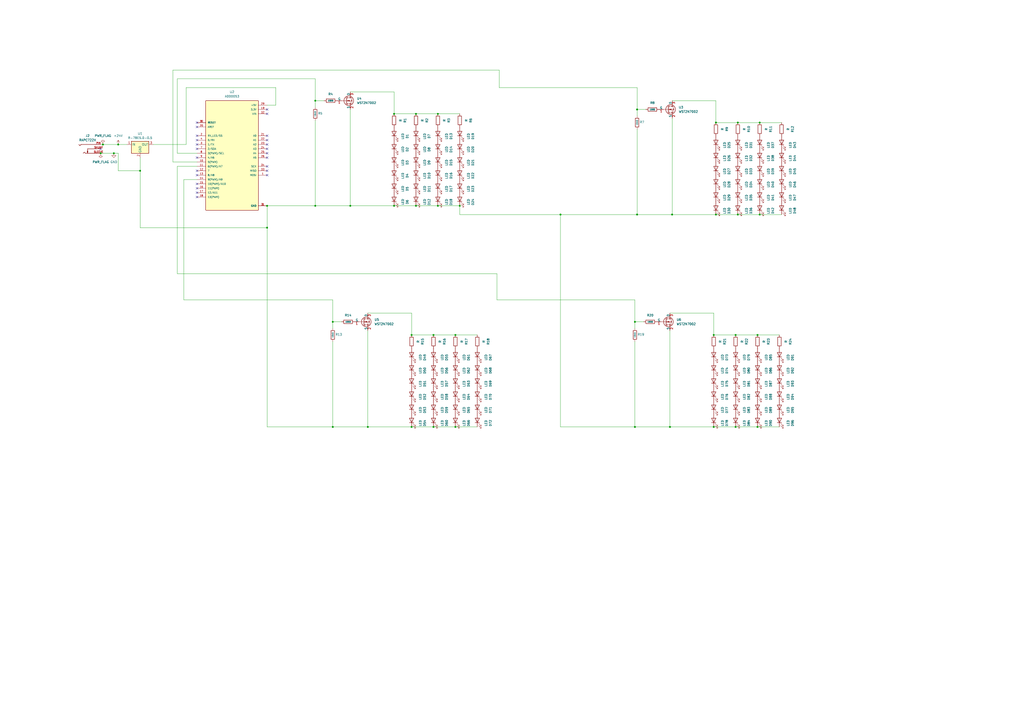
<source format=kicad_sch>
(kicad_sch (version 20250114) (generator "eeschema") (generator_version "9.0")
  (paper "A2")
  (junction (at 68.58 83.82))
  (junction (at 427.99 124.46))
  (junction (at 228.6 66.04))
  (junction (at 193.04 186.69))
  (junction (at 368.3 247.65))
  (junction (at 368.3 186.69))
  (junction (at 369.57 63.5))
  (junction (at 254 66.04))
  (junction (at 388.62 247.65))
  (junction (at 254 119.38))
  (junction (at 238.76 247.65))
  (junction (at 182.88 58.42))
  (junction (at 251.46 194.31))
  (junction (at 203.2 119.38))
  (junction (at 389.89 124.46))
  (junction (at 414.02 247.65))
  (junction (at 414.02 194.31))
  (junction (at 59.69 83.82))
  (junction (at 427.99 71.12))
  (junction (at 213.36 247.65))
  (junction (at 241.3 119.38))
  (junction (at 193.04 247.65))
  (junction (at 241.3 66.04))
  (junction (at 415.29 71.12))
  (junction (at 369.57 124.46))
  (junction (at 426.72 194.31))
  (junction (at 440.69 71.12))
  (junction (at 238.76 194.31))
  (junction (at 325.12 124.46))
  (junction (at 154.94 119.38))
  (junction (at 228.6 119.38))
  (junction (at 426.72 247.65))
  (junction (at 81.28 99.06))
  (junction (at 154.94 132.08))
  (junction (at 415.29 124.46))
  (junction (at 439.42 194.31))
  (junction (at 251.46 247.65))
  (junction (at 264.16 247.65))
  (junction (at 266.7 119.38))
  (junction (at 182.88 119.38))
  (junction (at 439.42 247.65))
  (junction (at 66.04 88.9))
  (junction (at 440.69 124.46))
  (junction (at 58.42 88.9))
  (junction (at 264.16 194.31))
  (no_connect (at 114.3 86.36))
  (no_connect (at 114.3 71.12))
  (no_connect (at 114.3 111.76))
  (no_connect (at 114.3 78.74))
  (no_connect (at 154.94 99.06))
  (no_connect (at 114.3 106.68))
  (no_connect (at 114.3 73.66))
  (no_connect (at 114.3 101.6))
  (no_connect (at 154.94 78.74))
  (no_connect (at 154.94 63.5))
  (no_connect (at 114.3 114.3))
  (no_connect (at 154.94 81.28))
  (no_connect (at 154.94 88.9))
  (no_connect (at 114.3 83.82))
  (no_connect (at 154.94 91.44))
  (no_connect (at 58.42 86.36))
  (no_connect (at 154.94 83.82))
  (no_connect (at 154.94 96.52))
  (no_connect (at 154.94 66.04))
  (no_connect (at 114.3 99.06))
  (no_connect (at 114.3 81.28))
  (no_connect (at 154.94 86.36))
  (no_connect (at 114.3 91.44))
  (no_connect (at 114.3 109.22))
  (no_connect (at 154.94 101.6))
  (wire (pts (xy 193.04 190.5) (xy 193.04 186.69)))
  (wire (pts (xy 369.57 74.93) (xy 369.57 124.46)))
  (wire (pts (xy 193.04 186.69) (xy 193.04 173.99)))
  (wire (pts (xy 81.28 99.06) (xy 81.28 132.08)))
  (wire (pts (xy 266.7 124.46) (xy 266.7 119.38)))
  (wire (pts (xy 440.69 124.46) (xy 453.39 124.46)))
  (wire (pts (xy 154.94 247.65) (xy 154.94 132.08)))
  (wire (pts (xy 213.36 191.77) (xy 213.36 247.65)))
  (wire (pts (xy 114.3 93.98) (xy 100.33 93.98)))
  (wire (pts (xy 325.12 247.65) (xy 368.3 247.65)))
  (wire (pts (xy 182.88 69.85) (xy 182.88 119.38)))
  (wire (pts (xy 389.89 68.58) (xy 389.89 124.46)))
  (wire (pts (xy 107.95 50.8) (xy 160.02 50.8)))
  (wire (pts (xy 238.76 247.65) (xy 251.46 247.65)))
  (wire (pts (xy 100.33 40.64) (xy 289.56 40.64)))
  (wire (pts (xy 389.89 58.42) (xy 415.29 58.42)))
  (wire (pts (xy 426.72 247.65) (xy 439.42 247.65)))
  (wire (pts (xy 389.89 124.46) (xy 415.29 124.46)))
  (wire (pts (xy 58.42 83.82) (xy 59.69 83.82)))
  (wire (pts (xy 241.3 119.38) (xy 254 119.38)))
  (wire (pts (xy 182.88 62.23) (xy 182.88 58.42)))
  (wire (pts (xy 203.2 119.38) (xy 228.6 119.38)))
  (wire (pts (xy 88.9 83.82) (xy 107.95 83.82)))
  (wire (pts (xy 388.62 247.65) (xy 414.02 247.65)))
  (wire (pts (xy 368.3 190.5) (xy 368.3 186.69)))
  (wire (pts (xy 106.68 173.99) (xy 193.04 173.99)))
  (wire (pts (xy 102.87 45.72) (xy 102.87 88.9)))
  (wire (pts (xy 426.72 194.31) (xy 439.42 194.31)))
  (wire (pts (xy 241.3 66.04) (xy 254 66.04)))
  (wire (pts (xy 414.02 181.61) (xy 414.02 194.31)))
  (wire (pts (xy 251.46 247.65) (xy 264.16 247.65)))
  (wire (pts (xy 368.3 186.69) (xy 368.3 173.99)))
  (wire (pts (xy 368.3 198.12) (xy 368.3 247.65)))
  (wire (pts (xy 414.02 194.31) (xy 426.72 194.31)))
  (wire (pts (xy 182.88 58.42) (xy 182.88 45.72)))
  (wire (pts (xy 251.46 194.31) (xy 264.16 194.31)))
  (wire (pts (xy 59.69 83.82) (xy 68.58 83.82)))
  (wire (pts (xy 114.3 96.52) (xy 102.87 96.52)))
  (wire (pts (xy 369.57 50.8) (xy 289.56 50.8)))
  (wire (pts (xy 182.88 58.42) (xy 187.96 58.42)))
  (wire (pts (xy 203.2 53.34) (xy 228.6 53.34)))
  (wire (pts (xy 289.56 40.64) (xy 289.56 50.8)))
  (wire (pts (xy 213.36 181.61) (xy 238.76 181.61)))
  (wire (pts (xy 369.57 67.31) (xy 369.57 63.5)))
  (wire (pts (xy 369.57 63.5) (xy 369.57 50.8)))
  (wire (pts (xy 439.42 247.65) (xy 452.12 247.65)))
  (wire (pts (xy 415.29 71.12) (xy 427.99 71.12)))
  (wire (pts (xy 254 119.38) (xy 266.7 119.38)))
  (wire (pts (xy 439.42 194.31) (xy 452.12 194.31)))
  (wire (pts (xy 81.28 99.06) (xy 81.28 91.44)))
  (wire (pts (xy 100.33 93.98) (xy 100.33 40.64)))
  (wire (pts (xy 68.58 83.82) (xy 73.66 83.82)))
  (wire (pts (xy 58.42 88.9) (xy 66.04 88.9)))
  (wire (pts (xy 238.76 194.31) (xy 251.46 194.31)))
  (wire (pts (xy 228.6 66.04) (xy 241.3 66.04)))
  (wire (pts (xy 415.29 124.46) (xy 427.99 124.46)))
  (wire (pts (xy 368.3 186.69) (xy 373.38 186.69)))
  (wire (pts (xy 106.68 104.14) (xy 106.68 173.99)))
  (wire (pts (xy 264.16 194.31) (xy 276.86 194.31)))
  (wire (pts (xy 266.7 124.46) (xy 325.12 124.46)))
  (wire (pts (xy 325.12 247.65) (xy 325.12 124.46)))
  (wire (pts (xy 369.57 124.46) (xy 389.89 124.46)))
  (wire (pts (xy 182.88 119.38) (xy 203.2 119.38)))
  (wire (pts (xy 154.94 132.08) (xy 81.28 132.08)))
  (wire (pts (xy 427.99 124.46) (xy 440.69 124.46)))
  (wire (pts (xy 102.87 158.75) (xy 288.29 158.75)))
  (wire (pts (xy 193.04 186.69) (xy 198.12 186.69)))
  (wire (pts (xy 415.29 58.42) (xy 415.29 71.12)))
  (wire (pts (xy 66.04 88.9) (xy 68.58 88.9)))
  (wire (pts (xy 160.02 50.8) (xy 160.02 60.96)))
  (wire (pts (xy 154.94 119.38) (xy 154.94 132.08)))
  (wire (pts (xy 154.94 119.38) (xy 182.88 119.38)))
  (wire (pts (xy 203.2 63.5) (xy 203.2 119.38)))
  (wire (pts (xy 427.99 71.12) (xy 440.69 71.12)))
  (wire (pts (xy 102.87 88.9) (xy 114.3 88.9)))
  (wire (pts (xy 238.76 181.61) (xy 238.76 194.31)))
  (wire (pts (xy 414.02 247.65) (xy 426.72 247.65)))
  (wire (pts (xy 288.29 158.75) (xy 288.29 173.99)))
  (wire (pts (xy 440.69 71.12) (xy 453.39 71.12)))
  (wire (pts (xy 68.58 99.06) (xy 81.28 99.06)))
  (wire (pts (xy 213.36 247.65) (xy 238.76 247.65)))
  (wire (pts (xy 388.62 191.77) (xy 388.62 247.65)))
  (wire (pts (xy 114.3 104.14) (xy 106.68 104.14)))
  (wire (pts (xy 107.95 83.82) (xy 107.95 50.8)))
  (wire (pts (xy 369.57 63.5) (xy 374.65 63.5)))
  (wire (pts (xy 254 66.04) (xy 266.7 66.04)))
  (wire (pts (xy 193.04 247.65) (xy 213.36 247.65)))
  (wire (pts (xy 368.3 247.65) (xy 388.62 247.65)))
  (wire (pts (xy 68.58 88.9) (xy 68.58 99.06)))
  (wire (pts (xy 228.6 53.34) (xy 228.6 66.04)))
  (wire (pts (xy 264.16 247.65) (xy 276.86 247.65)))
  (wire (pts (xy 160.02 60.96) (xy 154.94 60.96)))
  (wire (pts (xy 368.3 173.99) (xy 288.29 173.99)))
  (wire (pts (xy 228.6 119.38) (xy 241.3 119.38)))
  (wire (pts (xy 193.04 198.12) (xy 193.04 247.65)))
  (wire (pts (xy 154.94 247.65) (xy 193.04 247.65)))
  (wire (pts (xy 102.87 96.52) (xy 102.87 158.75)))
  (wire (pts (xy 388.62 181.61) (xy 414.02 181.61)))
  (wire (pts (xy 182.88 45.72) (xy 102.87 45.72)))
  (wire (pts (xy 325.12 124.46) (xy 369.57 124.46)))
  (symbol (lib_id "Device:R") (at 426.72 198.12 0) (unit 1)
    (property "Reference" "R22" (at 433.07 198.12 90))
    (property "Value" "R" (at 430.53 198.12 90))
    (property "Footprint" "Resistor_SMD:R_1210_3225Metric" (effects (hide yes)))
    (property "Description" "Resistor" (effects (hide yes)))
  )
  (symbol (lib_id "Device:LED") (at 440.69 97.79 90) (unit 1)
    (property "Reference" "D39" (at 448.31 99.3775 0))
    (property "Value" "LED" (at 445.77 99.3775 0))
    (property "Footprint" "LED_SMD:LED_Luminus_MP-3030-1100_3.0x3.0mm" (effects (hide yes)))
    (property "Datasheet" "https://jlcpcb.com/partdetail/Togialed-TJ_S3030UG5W6TLC6BA5/C1322326" (effects (hide yes)))
    (property "Description" "Light emitting diode" (effects (hide yes)))
    (property "Sim.Pins" "1=K 2=A" (effects (hide yes)))
  )
  (symbol (lib_id "Device:LED") (at 238.76 220.98 90) (unit 1)
    (property "Reference" "D51" (at 246.38 222.5675 0))
    (property "Value" "LED" (at 243.84 222.5675 0))
    (property "Footprint" "LED_SMD:LED_Luminus_MP-3030-1100_3.0x3.0mm" (effects (hide yes)))
    (property "Datasheet" "https://jlcpcb.com/partdetail/Togialed-TJ_S3030UG5W6TLC6BA5/C1322326" (effects (hide yes)))
    (property "Description" "Light emitting diode" (effects (hide yes)))
    (property "Sim.Pins" "1=K 2=A" (effects (hide yes)))
  )
  (symbol (lib_id "PCM_JLCPCB-Resistors:1206,10kΩ") (at 193.04 194.31 0) (unit 1)
    (property "Reference" "R13" (at 194.564 194.056 0) (effects (justify left)))
    (property "Value" "10kΩ" (at 193.04 194.31 90) (effects (font (size 0.8 0.8))))
    (property "Footprint" "PCM_JLCPCB:R_1206" (effects (hide yes)))
    (property "Datasheet" "https://www.lcsc.com/datasheet/lcsc_datasheet_2206010145_UNI-ROYAL-Uniroyal-Elec-1206W4F1002T5E_C17902.pdf" (effects (hide yes)))
    (property "Description" "250mW Thick Film Resistors 200V ±100ppm/°C ±1% 10kΩ 1206 Chip Resistor - Surface Mount ROHS" (effects (hide yes)))
    (property "LCSC" "C17902" (effects (hide yes)))
    (property "Stock" "2301652" (effects (hide yes)))
    (property "Price" "0.006USD" (effects (hide yes)))
    (property "Process" "SMT" (effects (hide yes)))
    (property "Minimum Qty" "15" (effects (hide yes)))
    (property "Attrition Qty" "10" (effects (hide yes)))
    (property "Class" "Basic Component" (effects (hide yes)))
    (property "Category" "Resistors,Chip Resistor - Surface Mount" (effects (hide yes)))
    (property "Manufacturer" "UNI-ROYAL(Uniroyal Elec)" (effects (hide yes)))
    (property "Part" "1206W4F1002T5E" (effects (hide yes)))
    (property "Resistance" "10kΩ" (effects (hide yes)))
    (property "Power(Watts)" "250mW" (effects (hide yes)))
    (property "Type" "Thick Film Resistors" (effects (hide yes)))
    (property "Overload Voltage (Max)" "200V" (effects (hide yes)))
    (property "Operating Temperature Range" "-55°C~+155°C" (effects (hide yes)))
    (property "Tolerance" "±1%" (effects (hide yes)))
    (property "Temperature Coefficient" "±100ppm/°C" (effects (hide yes)))
  )
  (symbol (lib_id "Device:LED") (at 427.99 90.17 90) (unit 1)
    (property "Reference" "D32" (at 435.61 91.7575 0))
    (property "Value" "LED" (at 433.07 91.7575 0))
    (property "Footprint" "LED_SMD:LED_Luminus_MP-3030-1100_3.0x3.0mm" (effects (hide yes)))
    (property "Datasheet" "https://jlcpcb.com/partdetail/Togialed-TJ_S3030UG5W6TLC6BA5/C1322326" (effects (hide yes)))
    (property "Description" "Light emitting diode" (effects (hide yes)))
    (property "Sim.Pins" "1=K 2=A" (effects (hide yes)))
  )
  (symbol (lib_id "Device:LED") (at 228.6 100.33 90) (unit 1)
    (property "Reference" "D4" (at 236.22 101.9175 0))
    (property "Value" "LED" (at 233.68 101.9175 0))
    (property "Footprint" "LED_SMD:LED_Luminus_MP-3030-1100_3.0x3.0mm" (effects (hide yes)))
    (property "Datasheet" "https://jlcpcb.com/partdetail/Togialed-TJ_S3030UG5W6TLC6BA5/C1322326" (effects (hide yes)))
    (property "Description" "Light emitting diode" (effects (hide yes)))
    (property "Sim.Pins" "1=K 2=A" (effects (hide yes)))
  )
  (symbol (lib_id "Device:LED") (at 266.7 85.09 90) (unit 1)
    (property "Reference" "D20" (at 274.32 86.6775 0))
    (property "Value" "LED" (at 271.78 86.6775 0))
    (property "Footprint" "LED_SMD:LED_Luminus_MP-3030-1100_3.0x3.0mm" (effects (hide yes)))
    (property "Datasheet" "https://jlcpcb.com/partdetail/Togialed-TJ_S3030UG5W6TLC6BA5/C1322326" (effects (hide yes)))
    (property "Description" "Light emitting diode" (effects (hide yes)))
    (property "Sim.Pins" "1=K 2=A" (effects (hide yes)))
  )
  (symbol (lib_id "Device:R") (at 440.69 74.93 0) (unit 1)
    (property "Reference" "R11" (at 447.04 74.93 90))
    (property "Value" "R" (at 444.5 74.93 90))
    (property "Footprint" "Resistor_SMD:R_1210_3225Metric" (effects (hide yes)))
    (property "Description" "Resistor" (effects (hide yes)))
  )
  (symbol (lib_id "Regulator_Switching:R-78E5.0-0.5") (at 81.28 83.82 0) (unit 1)
    (property "Reference" "U1" (at 81.28 77.47 0))
    (property "Value" "R-78E5.0-0.5" (at 81.28 80.01 0))
    (property "Footprint" "Converter_DCDC:Converter_DCDC_RECOM_R-78E-0.5_THT" (effects (hide yes)))
    (property "Datasheet" "https://www.recom-power.com/pdf/Innoline/R-78Exx-0.5.pdf" (effects (hide yes)))
    (property "Description" "500mA Step-Down DC/DC-Regulator, 7-28V input, 5V fixed Output Voltage, LM78xx replacement, -40°C to +85°C, SIP3" (effects (hide yes)))
  )
  (symbol (lib_id "RAPC722X:RAPC722X") (at 50.8 86.36 0) (unit 1)
    (property "Reference" "J2" (at 50.8 78.74 0))
    (property "Value" "RAPC722X" (at 50.8 81.28 0))
    (property "Footprint" "RAPC722X:SWITCHCRAFT_RAPC722X" (effects (hide yes)))
    (property "PARTREV" "A" (effects (hide yes)))
    (property "STANDARD" "Manufacturer Recommendations" (effects (hide yes)))
    (property "MAXIMUM_PACKAGE_HEIGHT" "11 mm" (effects (hide yes)))
    (property "MANUFACTURER" "Switchcraft" (effects (hide yes)))
  )
  (symbol (lib_id "Device:LED") (at 266.7 115.57 90) (unit 1)
    (property "Reference" "D24" (at 274.32 117.1575 0))
    (property "Value" "LED" (at 271.78 117.1575 0))
    (property "Footprint" "LED_SMD:LED_Luminus_MP-3030-1100_3.0x3.0mm" (effects (hide yes)))
    (property "Datasheet" "https://jlcpcb.com/partdetail/Togialed-TJ_S3030UG5W6TLC6BA5/C1322326" (effects (hide yes)))
    (property "Description" "Light emitting diode" (effects (hide yes)))
    (property "Sim.Pins" "1=K 2=A" (effects (hide yes)))
  )
  (symbol (lib_id "Device:LED") (at 254 77.47 90) (unit 1)
    (property "Reference" "D13" (at 261.62 79.0575 0))
    (property "Value" "LED" (at 259.08 79.0575 0))
    (property "Footprint" "LED_SMD:LED_Luminus_MP-3030-1100_3.0x3.0mm" (effects (hide yes)))
    (property "Datasheet" "https://jlcpcb.com/partdetail/Togialed-TJ_S3030UG5W6TLC6BA5/C1322326" (effects (hide yes)))
    (property "Description" "Light emitting diode" (effects (hide yes)))
    (property "Sim.Pins" "1=K 2=A" (effects (hide yes)))
  )
  (symbol (lib_id "Device:LED") (at 251.46 220.98 90) (unit 1)
    (property "Reference" "D57" (at 259.08 222.5675 0))
    (property "Value" "LED" (at 256.54 222.5675 0))
    (property "Footprint" "LED_SMD:LED_Luminus_MP-3030-1100_3.0x3.0mm" (effects (hide yes)))
    (property "Datasheet" "https://jlcpcb.com/partdetail/Togialed-TJ_S3030UG5W6TLC6BA5/C1322326" (effects (hide yes)))
    (property "Description" "Light emitting diode" (effects (hide yes)))
    (property "Sim.Pins" "1=K 2=A" (effects (hide yes)))
  )
  (symbol (lib_id "Device:LED") (at 241.3 92.71 90) (unit 1)
    (property "Reference" "D9" (at 248.92 94.2975 0))
    (property "Value" "LED" (at 246.38 94.2975 0))
    (property "Footprint" "LED_SMD:LED_Luminus_MP-3030-1100_3.0x3.0mm" (effects (hide yes)))
    (property "Datasheet" "https://jlcpcb.com/partdetail/Togialed-TJ_S3030UG5W6TLC6BA5/C1322326" (effects (hide yes)))
    (property "Description" "Light emitting diode" (effects (hide yes)))
    (property "Sim.Pins" "1=K 2=A" (effects (hide yes)))
  )
  (symbol (lib_id "Device:LED") (at 453.39 82.55 90) (unit 1)
    (property "Reference" "D43" (at 461.01 84.1375 0))
    (property "Value" "LED" (at 458.47 84.1375 0))
    (property "Footprint" "LED_SMD:LED_Luminus_MP-3030-1100_3.0x3.0mm" (effects (hide yes)))
    (property "Datasheet" "https://jlcpcb.com/partdetail/Togialed-TJ_S3030UG5W6TLC6BA5/C1322326" (effects (hide yes)))
    (property "Description" "Light emitting diode" (effects (hide yes)))
    (property "Sim.Pins" "1=K 2=A" (effects (hide yes)))
  )
  (symbol (lib_id "Device:LED") (at 266.7 77.47 90) (unit 1)
    (property "Reference" "D19" (at 274.32 79.0575 0))
    (property "Value" "LED" (at 271.78 79.0575 0))
    (property "Footprint" "LED_SMD:LED_Luminus_MP-3030-1100_3.0x3.0mm" (effects (hide yes)))
    (property "Datasheet" "https://jlcpcb.com/partdetail/Togialed-TJ_S3030UG5W6TLC6BA5/C1322326" (effects (hide yes)))
    (property "Description" "Light emitting diode" (effects (hide yes)))
    (property "Sim.Pins" "1=K 2=A" (effects (hide yes)))
  )
  (symbol (lib_id "Device:LED") (at 415.29 97.79 90) (unit 1)
    (property "Reference" "D27" (at 422.91 99.3775 0))
    (property "Value" "LED" (at 420.37 99.3775 0))
    (property "Footprint" "LED_SMD:LED_Luminus_MP-3030-1100_3.0x3.0mm" (effects (hide yes)))
    (property "Datasheet" "https://jlcpcb.com/partdetail/Togialed-TJ_S3030UG5W6TLC6BA5/C1322326" (effects (hide yes)))
    (property "Description" "Light emitting diode" (effects (hide yes)))
    (property "Sim.Pins" "1=K 2=A" (effects (hide yes)))
  )
  (symbol (lib_id "Device:LED") (at 426.72 205.74 90) (unit 1)
    (property "Reference" "D79" (at 434.34 207.3275 0))
    (property "Value" "LED" (at 431.8 207.3275 0))
    (property "Footprint" "LED_SMD:LED_Luminus_MP-3030-1100_3.0x3.0mm" (effects (hide yes)))
    (property "Datasheet" "https://jlcpcb.com/partdetail/Togialed-TJ_S3030UG5W6TLC6BA5/C1322326" (effects (hide yes)))
    (property "Description" "Light emitting diode" (effects (hide yes)))
    (property "Sim.Pins" "1=K 2=A" (effects (hide yes)))
  )
  (symbol (lib_id "Device:R") (at 427.99 74.93 0) (unit 1)
    (property "Reference" "R10" (at 434.34 74.93 90))
    (property "Value" "R" (at 431.8 74.93 90))
    (property "Footprint" "Resistor_SMD:R_1210_3225Metric" (effects (hide yes)))
    (property "Description" "Resistor" (effects (hide yes)))
  )
  (symbol (lib_id "WST2N7002:WST2N7002") (at 388.62 186.69 0) (unit 1)
    (property "Reference" "U6" (at 392.43 185.4199 0) (effects (justify left)))
    (property "Value" "WST2N7002" (at 392.43 187.9599 0) (effects (justify left)))
    (property "Footprint" "Package_TO_SOT_SMD:SOT-23" (effects (hide yes)))
    (property "Datasheet" "https://jlcpcb.com/partdetail/WinsokSemicon-WST2N7002/C86936" (effects (hide yes)))
  )
  (symbol (lib_id "Device:LED") (at 241.3 115.57 90) (unit 1)
    (property "Reference" "D12" (at 248.92 117.1575 0))
    (property "Value" "LED" (at 246.38 117.1575 0))
    (property "Footprint" "LED_SMD:LED_Luminus_MP-3030-1100_3.0x3.0mm" (effects (hide yes)))
    (property "Datasheet" "https://jlcpcb.com/partdetail/Togialed-TJ_S3030UG5W6TLC6BA5/C1322326" (effects (hide yes)))
    (property "Description" "Light emitting diode" (effects (hide yes)))
    (property "Sim.Pins" "1=K 2=A" (effects (hide yes)))
  )
  (symbol (lib_id "Device:LED") (at 440.69 113.03 90) (unit 1)
    (property "Reference" "D41" (at 448.31 114.6175 0))
    (property "Value" "LED" (at 445.77 114.6175 0))
    (property "Footprint" "LED_SMD:LED_Luminus_MP-3030-1100_3.0x3.0mm" (effects (hide yes)))
    (property "Datasheet" "https://jlcpcb.com/partdetail/Togialed-TJ_S3030UG5W6TLC6BA5/C1322326" (effects (hide yes)))
    (property "Description" "Light emitting diode" (effects (hide yes)))
    (property "Sim.Pins" "1=K 2=A" (effects (hide yes)))
  )
  (symbol (lib_id "Device:LED") (at 440.69 105.41 90) (unit 1)
    (property "Reference" "D40" (at 448.31 106.9975 0))
    (property "Value" "LED" (at 445.77 106.9975 0))
    (property "Footprint" "LED_SMD:LED_Luminus_MP-3030-1100_3.0x3.0mm" (effects (hide yes)))
    (property "Datasheet" "https://jlcpcb.com/partdetail/Togialed-TJ_S3030UG5W6TLC6BA5/C1322326" (effects (hide yes)))
    (property "Description" "Light emitting diode" (effects (hide yes)))
    (property "Sim.Pins" "1=K 2=A" (effects (hide yes)))
  )
  (symbol (lib_id "Device:LED") (at 415.29 90.17 90) (unit 1)
    (property "Reference" "D26" (at 422.91 91.7575 0))
    (property "Value" "LED" (at 420.37 91.7575 0))
    (property "Footprint" "LED_SMD:LED_Luminus_MP-3030-1100_3.0x3.0mm" (effects (hide yes)))
    (property "Datasheet" "https://jlcpcb.com/partdetail/Togialed-TJ_S3030UG5W6TLC6BA5/C1322326" (effects (hide yes)))
    (property "Description" "Light emitting diode" (effects (hide yes)))
    (property "Sim.Pins" "1=K 2=A" (effects (hide yes)))
  )
  (symbol (lib_id "PCM_JLCPCB-Resistors:1206,10kΩ") (at 368.3 194.31 0) (unit 1)
    (property "Reference" "R19" (at 369.824 194.056 0) (effects (justify left)))
    (property "Value" "10kΩ" (at 368.3 194.31 90) (effects (font (size 0.8 0.8))))
    (property "Footprint" "PCM_JLCPCB:R_1206" (effects (hide yes)))
    (property "Datasheet" "https://www.lcsc.com/datasheet/lcsc_datasheet_2206010145_UNI-ROYAL-Uniroyal-Elec-1206W4F1002T5E_C17902.pdf" (effects (hide yes)))
    (property "Description" "250mW Thick Film Resistors 200V ±100ppm/°C ±1% 10kΩ 1206 Chip Resistor - Surface Mount ROHS" (effects (hide yes)))
    (property "LCSC" "C17902" (effects (hide yes)))
    (property "Stock" "2301652" (effects (hide yes)))
    (property "Price" "0.006USD" (effects (hide yes)))
    (property "Process" "SMT" (effects (hide yes)))
    (property "Minimum Qty" "15" (effects (hide yes)))
    (property "Attrition Qty" "10" (effects (hide yes)))
    (property "Class" "Basic Component" (effects (hide yes)))
    (property "Category" "Resistors,Chip Resistor - Surface Mount" (effects (hide yes)))
    (property "Manufacturer" "UNI-ROYAL(Uniroyal Elec)" (effects (hide yes)))
    (property "Part" "1206W4F1002T5E" (effects (hide yes)))
    (property "Resistance" "10kΩ" (effects (hide yes)))
    (property "Power(Watts)" "250mW" (effects (hide yes)))
    (property "Type" "Thick Film Resistors" (effects (hide yes)))
    (property "Overload Voltage (Max)" "200V" (effects (hide yes)))
    (property "Operating Temperature Range" "-55°C~+155°C" (effects (hide yes)))
    (property "Tolerance" "±1%" (effects (hide yes)))
    (property "Temperature Coefficient" "±100ppm/°C" (effects (hide yes)))
  )
  (symbol (lib_id "Device:LED") (at 228.6 85.09 90) (unit 1)
    (property "Reference" "D2" (at 236.22 86.6775 0))
    (property "Value" "LED" (at 233.68 86.6775 0))
    (property "Footprint" "LED_SMD:LED_Luminus_MP-3030-1100_3.0x3.0mm" (effects (hide yes)))
    (property "Datasheet" "https://jlcpcb.com/partdetail/Togialed-TJ_S3030UG5W6TLC6BA5/C1322326" (effects (hide yes)))
    (property "Description" "Light emitting diode" (effects (hide yes)))
    (property "Sim.Pins" "1=K 2=A" (effects (hide yes)))
  )
  (symbol (lib_id "Device:LED") (at 241.3 107.95 90) (unit 1)
    (property "Reference" "D11" (at 248.92 109.5375 0))
    (property "Value" "LED" (at 246.38 109.5375 0))
    (property "Footprint" "LED_SMD:LED_Luminus_MP-3030-1100_3.0x3.0mm" (effects (hide yes)))
    (property "Datasheet" "https://jlcpcb.com/partdetail/Togialed-TJ_S3030UG5W6TLC6BA5/C1322326" (effects (hide yes)))
    (property "Description" "Light emitting diode" (effects (hide yes)))
    (property "Sim.Pins" "1=K 2=A" (effects (hide yes)))
  )
  (symbol (lib_id "Device:LED") (at 228.6 115.57 90) (unit 1)
    (property "Reference" "D6" (at 236.22 117.1575 0))
    (property "Value" "LED" (at 233.68 117.1575 0))
    (property "Footprint" "LED_SMD:LED_Luminus_MP-3030-1100_3.0x3.0mm" (effects (hide yes)))
    (property "Datasheet" "https://jlcpcb.com/partdetail/Togialed-TJ_S3030UG5W6TLC6BA5/C1322326" (effects (hide yes)))
    (property "Description" "Light emitting diode" (effects (hide yes)))
    (property "Sim.Pins" "1=K 2=A" (effects (hide yes)))
  )
  (symbol (lib_id "Device:LED") (at 276.86 213.36 90) (unit 1)
    (property "Reference" "D68" (at 284.48 214.9475 0))
    (property "Value" "LED" (at 281.94 214.9475 0))
    (property "Footprint" "LED_SMD:LED_Luminus_MP-3030-1100_3.0x3.0mm" (effects (hide yes)))
    (property "Datasheet" "https://jlcpcb.com/partdetail/Togialed-TJ_S3030UG5W6TLC6BA5/C1322326" (effects (hide yes)))
    (property "Description" "Light emitting diode" (effects (hide yes)))
    (property "Sim.Pins" "1=K 2=A" (effects (hide yes)))
  )
  (symbol (lib_id "Device:LED") (at 426.72 243.84 90) (unit 1)
    (property "Reference" "D84" (at 434.34 245.4275 0))
    (property "Value" "LED" (at 431.8 245.4275 0))
    (property "Footprint" "LED_SMD:LED_Luminus_MP-3030-1100_3.0x3.0mm" (effects (hide yes)))
    (property "Datasheet" "https://jlcpcb.com/partdetail/Togialed-TJ_S3030UG5W6TLC6BA5/C1322326" (effects (hide yes)))
    (property "Description" "Light emitting diode" (effects (hide yes)))
    (property "Sim.Pins" "1=K 2=A" (effects (hide yes)))
  )
  (symbol (lib_id "Device:R") (at 452.12 198.12 0) (unit 1)
    (property "Reference" "R24" (at 458.47 198.12 90))
    (property "Value" "R" (at 455.93 198.12 90))
    (property "Footprint" "Resistor_SMD:R_1210_3225Metric" (effects (hide yes)))
    (property "Description" "Resistor" (effects (hide yes)))
  )
  (symbol (lib_id "Device:LED") (at 452.12 228.6 90) (unit 1)
    (property "Reference" "D94" (at 459.74 230.1875 0))
    (property "Value" "LED" (at 457.2 230.1875 0))
    (property "Footprint" "LED_SMD:LED_Luminus_MP-3030-1100_3.0x3.0mm" (effects (hide yes)))
    (property "Datasheet" "https://jlcpcb.com/partdetail/Togialed-TJ_S3030UG5W6TLC6BA5/C1322326" (effects (hide yes)))
    (property "Description" "Light emitting diode" (effects (hide yes)))
    (property "Sim.Pins" "1=K 2=A" (effects (hide yes)))
  )
  (symbol (lib_id "Device:LED") (at 241.3 77.47 90) (unit 1)
    (property "Reference" "D7" (at 248.92 79.0575 0))
    (property "Value" "LED" (at 246.38 79.0575 0))
    (property "Footprint" "LED_SMD:LED_Luminus_MP-3030-1100_3.0x3.0mm" (effects (hide yes)))
    (property "Datasheet" "https://jlcpcb.com/partdetail/Togialed-TJ_S3030UG5W6TLC6BA5/C1322326" (effects (hide yes)))
    (property "Description" "Light emitting diode" (effects (hide yes)))
    (property "Sim.Pins" "1=K 2=A" (effects (hide yes)))
  )
  (symbol (lib_id "Device:LED") (at 453.39 113.03 90) (unit 1)
    (property "Reference" "D47" (at 461.01 114.6175 0))
    (property "Value" "LED" (at 458.47 114.6175 0))
    (property "Footprint" "LED_SMD:LED_Luminus_MP-3030-1100_3.0x3.0mm" (effects (hide yes)))
    (property "Datasheet" "https://jlcpcb.com/partdetail/Togialed-TJ_S3030UG5W6TLC6BA5/C1322326" (effects (hide yes)))
    (property "Description" "Light emitting diode" (effects (hide yes)))
    (property "Sim.Pins" "1=K 2=A" (effects (hide yes)))
  )
  (symbol (lib_id "Device:R") (at 228.6 69.85 0) (unit 1)
    (property "Reference" "R1" (at 234.95 69.85 90))
    (property "Value" "R" (at 232.41 69.85 90))
    (property "Footprint" "Resistor_SMD:R_1210_3225Metric" (effects (hide yes)))
    (property "Description" "Resistor" (effects (hide yes)))
  )
  (symbol (lib_id "Device:R") (at 414.02 198.12 0) (unit 1)
    (property "Reference" "R21" (at 420.37 198.12 90))
    (property "Value" "R" (at 417.83 198.12 90))
    (property "Footprint" "Resistor_SMD:R_1210_3225Metric" (effects (hide yes)))
    (property "Description" "Resistor" (effects (hide yes)))
  )
  (symbol (lib_id "Device:LED") (at 427.99 82.55 90) (unit 1)
    (property "Reference" "D31" (at 435.61 84.1375 0))
    (property "Value" "LED" (at 433.07 84.1375 0))
    (property "Footprint" "LED_SMD:LED_Luminus_MP-3030-1100_3.0x3.0mm" (effects (hide yes)))
    (property "Datasheet" "https://jlcpcb.com/partdetail/Togialed-TJ_S3030UG5W6TLC6BA5/C1322326" (effects (hide yes)))
    (property "Description" "Light emitting diode" (effects (hide yes)))
    (property "Sim.Pins" "1=K 2=A" (effects (hide yes)))
  )
  (symbol (lib_id "Device:R") (at 241.3 69.85 0) (unit 1)
    (property "Reference" "R2" (at 247.65 69.85 90))
    (property "Value" "R" (at 245.11 69.85 90))
    (property "Footprint" "Resistor_SMD:R_1210_3225Metric" (effects (hide yes)))
    (property "Description" "Resistor" (effects (hide yes)))
  )
  (symbol (lib_id "Device:LED") (at 439.42 236.22 90) (unit 1)
    (property "Reference" "D89" (at 447.04 237.8075 0))
    (property "Value" "LED" (at 444.5 237.8075 0))
    (property "Footprint" "LED_SMD:LED_Luminus_MP-3030-1100_3.0x3.0mm" (effects (hide yes)))
    (property "Datasheet" "https://jlcpcb.com/partdetail/Togialed-TJ_S3030UG5W6TLC6BA5/C1322326" (effects (hide yes)))
    (property "Description" "Light emitting diode" (effects (hide yes)))
    (property "Sim.Pins" "1=K 2=A" (effects (hide yes)))
  )
  (symbol (lib_id "Device:LED") (at 264.16 236.22 90) (unit 1)
    (property "Reference" "D65" (at 271.78 237.8075 0))
    (property "Value" "LED" (at 269.24 237.8075 0))
    (property "Footprint" "LED_SMD:LED_Luminus_MP-3030-1100_3.0x3.0mm" (effects (hide yes)))
    (property "Datasheet" "https://jlcpcb.com/partdetail/Togialed-TJ_S3030UG5W6TLC6BA5/C1322326" (effects (hide yes)))
    (property "Description" "Light emitting diode" (effects (hide yes)))
    (property "Sim.Pins" "1=K 2=A" (effects (hide yes)))
  )
  (symbol (lib_id "Device:LED") (at 241.3 85.09 90) (unit 1)
    (property "Reference" "D8" (at 248.92 86.6775 0))
    (property "Value" "LED" (at 246.38 86.6775 0))
    (property "Footprint" "LED_SMD:LED_Luminus_MP-3030-1100_3.0x3.0mm" (effects (hide yes)))
    (property "Datasheet" "https://jlcpcb.com/partdetail/Togialed-TJ_S3030UG5W6TLC6BA5/C1322326" (effects (hide yes)))
    (property "Description" "Light emitting diode" (effects (hide yes)))
    (property "Sim.Pins" "1=K 2=A" (effects (hide yes)))
  )
  (symbol (lib_id "Device:LED") (at 254 115.57 90) (unit 1)
    (property "Reference" "D18" (at 261.62 117.1575 0))
    (property "Value" "LED" (at 259.08 117.1575 0))
    (property "Footprint" "LED_SMD:LED_Luminus_MP-3030-1100_3.0x3.0mm" (effects (hide yes)))
    (property "Datasheet" "https://jlcpcb.com/partdetail/Togialed-TJ_S3030UG5W6TLC6BA5/C1322326" (effects (hide yes)))
    (property "Description" "Light emitting diode" (effects (hide yes)))
    (property "Sim.Pins" "1=K 2=A" (effects (hide yes)))
  )
  (symbol (lib_id "Device:LED") (at 264.16 243.84 90) (unit 1)
    (property "Reference" "D66" (at 271.78 245.4275 0))
    (property "Value" "LED" (at 269.24 245.4275 0))
    (property "Footprint" "LED_SMD:LED_Luminus_MP-3030-1100_3.0x3.0mm" (effects (hide yes)))
    (property "Datasheet" "https://jlcpcb.com/partdetail/Togialed-TJ_S3030UG5W6TLC6BA5/C1322326" (effects (hide yes)))
    (property "Description" "Light emitting diode" (effects (hide yes)))
    (property "Sim.Pins" "1=K 2=A" (effects (hide yes)))
  )
  (symbol (lib_id "Device:LED") (at 238.76 228.6 90) (unit 1)
    (property "Reference" "D52" (at 246.38 230.1875 0))
    (property "Value" "LED" (at 243.84 230.1875 0))
    (property "Footprint" "LED_SMD:LED_Luminus_MP-3030-1100_3.0x3.0mm" (effects (hide yes)))
    (property "Datasheet" "https://jlcpcb.com/partdetail/Togialed-TJ_S3030UG5W6TLC6BA5/C1322326" (effects (hide yes)))
    (property "Description" "Light emitting diode" (effects (hide yes)))
    (property "Sim.Pins" "1=K 2=A" (effects (hide yes)))
  )
  (symbol (lib_id "Device:LED") (at 264.16 220.98 90) (unit 1)
    (property "Reference" "D63" (at 271.78 222.5675 0))
    (property "Value" "LED" (at 269.24 222.5675 0))
    (property "Footprint" "LED_SMD:LED_Luminus_MP-3030-1100_3.0x3.0mm" (effects (hide yes)))
    (property "Datasheet" "https://jlcpcb.com/partdetail/Togialed-TJ_S3030UG5W6TLC6BA5/C1322326" (effects (hide yes)))
    (property "Description" "Light emitting diode" (effects (hide yes)))
    (property "Sim.Pins" "1=K 2=A" (effects (hide yes)))
  )
  (symbol (lib_id "Device:LED") (at 414.02 220.98 90) (unit 1)
    (property "Reference" "D75" (at 421.64 222.5675 0))
    (property "Value" "LED" (at 419.1 222.5675 0))
    (property "Footprint" "LED_SMD:LED_Luminus_MP-3030-1100_3.0x3.0mm" (effects (hide yes)))
    (property "Datasheet" "https://jlcpcb.com/partdetail/Togialed-TJ_S3030UG5W6TLC6BA5/C1322326" (effects (hide yes)))
    (property "Description" "Light emitting diode" (effects (hide yes)))
    (property "Sim.Pins" "1=K 2=A" (effects (hide yes)))
  )
  (symbol (lib_id "Device:R") (at 453.39 74.93 0) (unit 1)
    (property "Reference" "R12" (at 459.74 74.93 90))
    (property "Value" "R" (at 457.2 74.93 90))
    (property "Footprint" "Resistor_SMD:R_1210_3225Metric" (effects (hide yes)))
    (property "Description" "Resistor" (effects (hide yes)))
  )
  (symbol (lib_id "Device:LED") (at 427.99 120.65 90) (unit 1)
    (property "Reference" "D36" (at 435.61 122.2375 0))
    (property "Value" "LED" (at 433.07 122.2375 0))
    (property "Footprint" "LED_SMD:LED_Luminus_MP-3030-1100_3.0x3.0mm" (effects (hide yes)))
    (property "Datasheet" "https://jlcpcb.com/partdetail/Togialed-TJ_S3030UG5W6TLC6BA5/C1322326" (effects (hide yes)))
    (property "Description" "Light emitting diode" (effects (hide yes)))
    (property "Sim.Pins" "1=K 2=A" (effects (hide yes)))
  )
  (symbol (lib_id "Device:LED") (at 452.12 220.98 90) (unit 1)
    (property "Reference" "D93" (at 459.74 222.5675 0))
    (property "Value" "LED" (at 457.2 222.5675 0))
    (property "Footprint" "LED_SMD:LED_Luminus_MP-3030-1100_3.0x3.0mm" (effects (hide yes)))
    (property "Datasheet" "https://jlcpcb.com/partdetail/Togialed-TJ_S3030UG5W6TLC6BA5/C1322326" (effects (hide yes)))
    (property "Description" "Light emitting diode" (effects (hide yes)))
    (property "Sim.Pins" "1=K 2=A" (effects (hide yes)))
  )
  (symbol (lib_id "Device:LED") (at 415.29 105.41 90) (unit 1)
    (property "Reference" "D28" (at 422.91 106.9975 0))
    (property "Value" "LED" (at 420.37 106.9975 0))
    (property "Footprint" "LED_SMD:LED_Luminus_MP-3030-1100_3.0x3.0mm" (effects (hide yes)))
    (property "Datasheet" "https://jlcpcb.com/partdetail/Togialed-TJ_S3030UG5W6TLC6BA5/C1322326" (effects (hide yes)))
    (property "Description" "Light emitting diode" (effects (hide yes)))
    (property "Sim.Pins" "1=K 2=A" (effects (hide yes)))
  )
  (symbol (lib_id "Device:LED") (at 251.46 213.36 90) (unit 1)
    (property "Reference" "D56" (at 259.08 214.9475 0))
    (property "Value" "LED" (at 256.54 214.9475 0))
    (property "Footprint" "LED_SMD:LED_Luminus_MP-3030-1100_3.0x3.0mm" (effects (hide yes)))
    (property "Datasheet" "https://jlcpcb.com/partdetail/Togialed-TJ_S3030UG5W6TLC6BA5/C1322326" (effects (hide yes)))
    (property "Description" "Light emitting diode" (effects (hide yes)))
    (property "Sim.Pins" "1=K 2=A" (effects (hide yes)))
  )
  (symbol (lib_id "WST2N7002:WST2N7002") (at 213.36 186.69 0) (unit 1)
    (property "Reference" "U5" (at 217.17 185.4199 0) (effects (justify left)))
    (property "Value" "WST2N7002" (at 217.17 187.9599 0) (effects (justify left)))
    (property "Footprint" "Package_TO_SOT_SMD:SOT-23" (effects (hide yes)))
    (property "Datasheet" "https://jlcpcb.com/partdetail/WinsokSemicon-WST2N7002/C86936" (effects (hide yes)))
  )
  (symbol (lib_id "Device:LED") (at 440.69 90.17 90) (unit 1)
    (property "Reference" "D38" (at 448.31 91.7575 0))
    (property "Value" "LED" (at 445.77 91.7575 0))
    (property "Footprint" "LED_SMD:LED_Luminus_MP-3030-1100_3.0x3.0mm" (effects (hide yes)))
    (property "Datasheet" "https://jlcpcb.com/partdetail/Togialed-TJ_S3030UG5W6TLC6BA5/C1322326" (effects (hide yes)))
    (property "Description" "Light emitting diode" (effects (hide yes)))
    (property "Sim.Pins" "1=K 2=A" (effects (hide yes)))
  )
  (symbol (lib_id "Device:LED") (at 453.39 105.41 90) (unit 1)
    (property "Reference" "D46" (at 461.01 106.9975 0))
    (property "Value" "LED" (at 458.47 106.9975 0))
    (property "Footprint" "LED_SMD:LED_Luminus_MP-3030-1100_3.0x3.0mm" (effects (hide yes)))
    (property "Datasheet" "https://jlcpcb.com/partdetail/Togialed-TJ_S3030UG5W6TLC6BA5/C1322326" (effects (hide yes)))
    (property "Description" "Light emitting diode" (effects (hide yes)))
    (property "Sim.Pins" "1=K 2=A" (effects (hide yes)))
  )
  (symbol (lib_id "Device:LED") (at 452.12 236.22 90) (unit 1)
    (property "Reference" "D95" (at 459.74 237.8075 0))
    (property "Value" "LED" (at 457.2 237.8075 0))
    (property "Footprint" "LED_SMD:LED_Luminus_MP-3030-1100_3.0x3.0mm" (effects (hide yes)))
    (property "Datasheet" "https://jlcpcb.com/partdetail/Togialed-TJ_S3030UG5W6TLC6BA5/C1322326" (effects (hide yes)))
    (property "Description" "Light emitting diode" (effects (hide yes)))
    (property "Sim.Pins" "1=K 2=A" (effects (hide yes)))
  )
  (symbol (lib_id "Device:R") (at 264.16 198.12 0) (unit 1)
    (property "Reference" "R17" (at 270.51 198.12 90))
    (property "Value" "R" (at 267.97 198.12 90))
    (property "Footprint" "Resistor_SMD:R_1210_3225Metric" (effects (hide yes)))
    (property "Description" "Resistor" (effects (hide yes)))
  )
  (symbol (lib_id "Device:R") (at 251.46 198.12 0) (unit 1)
    (property "Reference" "R16" (at 257.81 198.12 90))
    (property "Value" "R" (at 255.27 198.12 90))
    (property "Footprint" "Resistor_SMD:R_1210_3225Metric" (effects (hide yes)))
    (property "Description" "Resistor" (effects (hide yes)))
  )
  (symbol (lib_id "Device:LED") (at 266.7 100.33 90) (unit 1)
    (property "Reference" "D22" (at 274.32 101.9175 0))
    (property "Value" "LED" (at 271.78 101.9175 0))
    (property "Footprint" "LED_SMD:LED_Luminus_MP-3030-1100_3.0x3.0mm" (effects (hide yes)))
    (property "Datasheet" "https://jlcpcb.com/partdetail/Togialed-TJ_S3030UG5W6TLC6BA5/C1322326" (effects (hide yes)))
    (property "Description" "Light emitting diode" (effects (hide yes)))
    (property "Sim.Pins" "1=K 2=A" (effects (hide yes)))
  )
  (symbol (lib_id "Device:LED") (at 453.39 120.65 90) (unit 1)
    (property "Reference" "D48" (at 461.01 122.2375 0))
    (property "Value" "LED" (at 458.47 122.2375 0))
    (property "Footprint" "LED_SMD:LED_Luminus_MP-3030-1100_3.0x3.0mm" (effects (hide yes)))
    (property "Datasheet" "https://jlcpcb.com/partdetail/Togialed-TJ_S3030UG5W6TLC6BA5/C1322326" (effects (hide yes)))
    (property "Description" "Light emitting diode" (effects (hide yes)))
    (property "Sim.Pins" "1=K 2=A" (effects (hide yes)))
  )
  (symbol (lib_id "Device:R") (at 254 69.85 0) (unit 1)
    (property "Reference" "R3" (at 260.35 69.85 90))
    (property "Value" "R" (at 257.81 69.85 90))
    (property "Footprint" "Resistor_SMD:R_1210_3225Metric" (effects (hide yes)))
    (property "Description" "Resistor" (effects (hide yes)))
  )
  (symbol (lib_id "PCM_JLCPCB-Resistors:1206,100mΩ") (at 191.77 58.42 90) (unit 1)
    (property "Reference" "R4" (at 191.77 54.61 90))
    (property "Value" "100Ω" (at 191.77 58.42 90) (effects (font (size 0.8 0.8))))
    (property "Footprint" "PCM_JLCPCB:R_1206" (effects (hide yes)))
    (property "Description" "250mW Thick Film Resistors 200V ±800ppm/°C ±1% 100mΩ 1206 Chip Resistor - Surface Mount ROHS" (effects (hide yes)))
    (property "LCSC" "C25334" (effects (hide yes)))
    (property "Stock" "413681" (effects (hide yes)))
    (property "Price" "0.008USD" (effects (hide yes)))
    (property "Process" "SMT" (effects (hide yes)))
    (property "Minimum Qty" "15" (effects (hide yes)))
    (property "Attrition Qty" "10" (effects (hide yes)))
    (property "Class" "Basic Component" (effects (hide yes)))
    (property "Category" "Resistors,Chip Resistor - Surface Mount" (effects (hide yes)))
    (property "Manufacturer" "UNI-ROYAL(Uniroyal Elec)" (effects (hide yes)))
    (property "Part" "1206W4F100LT5E" (effects (hide yes)))
    (property "Resistance" "100mΩ" (effects (hide yes)))
    (property "Power(Watts)" "250mW" (effects (hide yes)))
    (property "Type" "Thick Film Resistors" (effects (hide yes)))
    (property "Overload Voltage (Max)" "200V" (effects (hide yes)))
    (property "Operating Temperature Range" "-55°C~+155°C" (effects (hide yes)))
    (property "Tolerance" "±1%" (effects (hide yes)))
    (property "Temperature Coefficient" "±800ppm/°C" (effects (hide yes)))
  )
  (symbol (lib_id "Device:LED") (at 238.76 236.22 90) (unit 1)
    (property "Reference" "D53" (at 246.38 237.8075 0))
    (property "Value" "LED" (at 243.84 237.8075 0))
    (property "Footprint" "LED_SMD:LED_Luminus_MP-3030-1100_3.0x3.0mm" (effects (hide yes)))
    (property "Datasheet" "https://jlcpcb.com/partdetail/Togialed-TJ_S3030UG5W6TLC6BA5/C1322326" (effects (hide yes)))
    (property "Description" "Light emitting diode" (effects (hide yes)))
    (property "Sim.Pins" "1=K 2=A" (effects (hide yes)))
  )
  (symbol (lib_id "Device:LED") (at 254 100.33 90) (unit 1)
    (property "Reference" "D16" (at 261.62 101.9175 0))
    (property "Value" "LED" (at 259.08 101.9175 0))
    (property "Footprint" "LED_SMD:LED_Luminus_MP-3030-1100_3.0x3.0mm" (effects (hide yes)))
    (property "Datasheet" "https://jlcpcb.com/partdetail/Togialed-TJ_S3030UG5W6TLC6BA5/C1322326" (effects (hide yes)))
    (property "Description" "Light emitting diode" (effects (hide yes)))
    (property "Sim.Pins" "1=K 2=A" (effects (hide yes)))
  )
  (symbol (lib_id "Device:LED") (at 440.69 120.65 90) (unit 1)
    (property "Reference" "D42" (at 448.31 122.2375 0))
    (property "Value" "LED" (at 445.77 122.2375 0))
    (property "Footprint" "LED_SMD:LED_Luminus_MP-3030-1100_3.0x3.0mm" (effects (hide yes)))
    (property "Datasheet" "https://jlcpcb.com/partdetail/Togialed-TJ_S3030UG5W6TLC6BA5/C1322326" (effects (hide yes)))
    (property "Description" "Light emitting diode" (effects (hide yes)))
    (property "Sim.Pins" "1=K 2=A" (effects (hide yes)))
  )
  (symbol (lib_id "Device:LED") (at 254 107.95 90) (unit 1)
    (property "Reference" "D17" (at 261.62 109.5375 0))
    (property "Value" "LED" (at 259.08 109.5375 0))
    (property "Footprint" "LED_SMD:LED_Luminus_MP-3030-1100_3.0x3.0mm" (effects (hide yes)))
    (property "Datasheet" "https://jlcpcb.com/partdetail/Togialed-TJ_S3030UG5W6TLC6BA5/C1322326" (effects (hide yes)))
    (property "Description" "Light emitting diode" (effects (hide yes)))
    (property "Sim.Pins" "1=K 2=A" (effects (hide yes)))
  )
  (symbol (lib_id "Device:LED") (at 452.12 243.84 90) (unit 1)
    (property "Reference" "D96" (at 459.74 245.4275 0))
    (property "Value" "LED" (at 457.2 245.4275 0))
    (property "Footprint" "LED_SMD:LED_Luminus_MP-3030-1100_3.0x3.0mm" (effects (hide yes)))
    (property "Datasheet" "https://jlcpcb.com/partdetail/Togialed-TJ_S3030UG5W6TLC6BA5/C1322326" (effects (hide yes)))
    (property "Description" "Light emitting diode" (effects (hide yes)))
    (property "Sim.Pins" "1=K 2=A" (effects (hide yes)))
  )
  (symbol (lib_id "power:+24V") (at 68.58 83.82 0) (unit 1)
    (property "Reference" "#PWR2" (effects (hide yes)))
    (property "Value" "+24V" (at 68.58 78.74 0))
    (property "Description" "Power symbol creates a global label with name \"+24V\"" (effects (hide yes)))
  )
  (symbol (lib_id "Device:LED") (at 228.6 77.47 90) (unit 1)
    (property "Reference" "D1" (at 236.22 79.0575 0))
    (property "Value" "LED" (at 233.68 79.0575 0))
    (property "Footprint" "LED_SMD:LED_Luminus_MP-3030-1100_3.0x3.0mm" (effects (hide yes)))
    (property "Datasheet" "https://jlcpcb.com/partdetail/Togialed-TJ_S3030UG5W6TLC6BA5/C1322326" (effects (hide yes)))
    (property "Description" "Light emitting diode" (effects (hide yes)))
    (property "Sim.Pins" "1=K 2=A" (effects (hide yes)))
  )
  (symbol (lib_id "Device:R") (at 276.86 198.12 0) (unit 1)
    (property "Reference" "R18" (at 283.21 198.12 90))
    (property "Value" "R" (at 280.67 198.12 90))
    (property "Footprint" "Resistor_SMD:R_1210_3225Metric" (effects (hide yes)))
    (property "Description" "Resistor" (effects (hide yes)))
  )
  (symbol (lib_id "Device:LED") (at 414.02 243.84 90) (unit 1)
    (property "Reference" "D78" (at 421.64 245.4275 0))
    (property "Value" "LED" (at 419.1 245.4275 0))
    (property "Footprint" "LED_SMD:LED_Luminus_MP-3030-1100_3.0x3.0mm" (effects (hide yes)))
    (property "Datasheet" "https://jlcpcb.com/partdetail/Togialed-TJ_S3030UG5W6TLC6BA5/C1322326" (effects (hide yes)))
    (property "Description" "Light emitting diode" (effects (hide yes)))
    (property "Sim.Pins" "1=K 2=A" (effects (hide yes)))
  )
  (symbol (lib_id "Device:LED") (at 228.6 107.95 90) (unit 1)
    (property "Reference" "D5" (at 236.22 109.5375 0))
    (property "Value" "LED" (at 233.68 109.5375 0))
    (property "Footprint" "LED_SMD:LED_Luminus_MP-3030-1100_3.0x3.0mm" (effects (hide yes)))
    (property "Datasheet" "https://jlcpcb.com/partdetail/Togialed-TJ_S3030UG5W6TLC6BA5/C1322326" (effects (hide yes)))
    (property "Description" "Light emitting diode" (effects (hide yes)))
    (property "Sim.Pins" "1=K 2=A" (effects (hide yes)))
  )
  (symbol (lib_id "Device:LED") (at 426.72 236.22 90) (unit 1)
    (property "Reference" "D83" (at 434.34 237.8075 0))
    (property "Value" "LED" (at 431.8 237.8075 0))
    (property "Footprint" "LED_SMD:LED_Luminus_MP-3030-1100_3.0x3.0mm" (effects (hide yes)))
    (property "Datasheet" "https://jlcpcb.com/partdetail/Togialed-TJ_S3030UG5W6TLC6BA5/C1322326" (effects (hide yes)))
    (property "Description" "Light emitting diode" (effects (hide yes)))
    (property "Sim.Pins" "1=K 2=A" (effects (hide yes)))
  )
  (symbol (lib_id "Device:LED") (at 453.39 97.79 90) (unit 1)
    (property "Reference" "D45" (at 461.01 99.3775 0))
    (property "Value" "LED" (at 458.47 99.3775 0))
    (property "Footprint" "LED_SMD:LED_Luminus_MP-3030-1100_3.0x3.0mm" (effects (hide yes)))
    (property "Datasheet" "https://jlcpcb.com/partdetail/Togialed-TJ_S3030UG5W6TLC6BA5/C1322326" (effects (hide yes)))
    (property "Description" "Light emitting diode" (effects (hide yes)))
    (property "Sim.Pins" "1=K 2=A" (effects (hide yes)))
  )
  (symbol (lib_id "Device:LED") (at 439.42 220.98 90) (unit 1)
    (property "Reference" "D87" (at 447.04 222.5675 0))
    (property "Value" "LED" (at 444.5 222.5675 0))
    (property "Footprint" "LED_SMD:LED_Luminus_MP-3030-1100_3.0x3.0mm" (effects (hide yes)))
    (property "Datasheet" "https://jlcpcb.com/partdetail/Togialed-TJ_S3030UG5W6TLC6BA5/C1322326" (effects (hide yes)))
    (property "Description" "Light emitting diode" (effects (hide yes)))
    (property "Sim.Pins" "1=K 2=A" (effects (hide yes)))
  )
  (symbol (lib_id "Device:LED") (at 439.42 205.74 90) (unit 1)
    (property "Reference" "D85" (at 447.04 207.3275 0))
    (property "Value" "LED" (at 444.5 207.3275 0))
    (property "Footprint" "LED_SMD:LED_Luminus_MP-3030-1100_3.0x3.0mm" (effects (hide yes)))
    (property "Datasheet" "https://jlcpcb.com/partdetail/Togialed-TJ_S3030UG5W6TLC6BA5/C1322326" (effects (hide yes)))
    (property "Description" "Light emitting diode" (effects (hide yes)))
    (property "Sim.Pins" "1=K 2=A" (effects (hide yes)))
  )
  (symbol (lib_id "Device:LED") (at 426.72 220.98 90) (unit 1)
    (property "Reference" "D81" (at 434.34 222.5675 0))
    (property "Value" "LED" (at 431.8 222.5675 0))
    (property "Footprint" "LED_SMD:LED_Luminus_MP-3030-1100_3.0x3.0mm" (effects (hide yes)))
    (property "Datasheet" "https://jlcpcb.com/partdetail/Togialed-TJ_S3030UG5W6TLC6BA5/C1322326" (effects (hide yes)))
    (property "Description" "Light emitting diode" (effects (hide yes)))
    (property "Sim.Pins" "1=K 2=A" (effects (hide yes)))
  )
  (symbol (lib_id "Device:LED") (at 251.46 205.74 90) (unit 1)
    (property "Reference" "D55" (at 259.08 207.3275 0))
    (property "Value" "LED" (at 256.54 207.3275 0))
    (property "Footprint" "LED_SMD:LED_Luminus_MP-3030-1100_3.0x3.0mm" (effects (hide yes)))
    (property "Datasheet" "https://jlcpcb.com/partdetail/Togialed-TJ_S3030UG5W6TLC6BA5/C1322326" (effects (hide yes)))
    (property "Description" "Light emitting diode" (effects (hide yes)))
    (property "Sim.Pins" "1=K 2=A" (effects (hide yes)))
  )
  (symbol (lib_id "PCM_JLCPCB-Resistors:1206,100mΩ") (at 378.46 63.5 90) (unit 1)
    (property "Reference" "R8" (at 378.46 59.69 90))
    (property "Value" "100Ω" (at 378.46 63.5 90) (effects (font (size 0.8 0.8))))
    (property "Footprint" "PCM_JLCPCB:R_1206" (effects (hide yes)))
    (property "Description" "250mW Thick Film Resistors 200V ±800ppm/°C ±1% 100mΩ 1206 Chip Resistor - Surface Mount ROHS" (effects (hide yes)))
    (property "LCSC" "C25334" (effects (hide yes)))
    (property "Stock" "413681" (effects (hide yes)))
    (property "Price" "0.008USD" (effects (hide yes)))
    (property "Process" "SMT" (effects (hide yes)))
    (property "Minimum Qty" "15" (effects (hide yes)))
    (property "Attrition Qty" "10" (effects (hide yes)))
    (property "Class" "Basic Component" (effects (hide yes)))
    (property "Category" "Resistors,Chip Resistor - Surface Mount" (effects (hide yes)))
    (property "Manufacturer" "UNI-ROYAL(Uniroyal Elec)" (effects (hide yes)))
    (property "Part" "1206W4F100LT5E" (effects (hide yes)))
    (property "Resistance" "100mΩ" (effects (hide yes)))
    (property "Power(Watts)" "250mW" (effects (hide yes)))
    (property "Type" "Thick Film Resistors" (effects (hide yes)))
    (property "Overload Voltage (Max)" "200V" (effects (hide yes)))
    (property "Operating Temperature Range" "-55°C~+155°C" (effects (hide yes)))
    (property "Tolerance" "±1%" (effects (hide yes)))
    (property "Temperature Coefficient" "±800ppm/°C" (effects (hide yes)))
  )
  (symbol (lib_id "Device:LED") (at 452.12 205.74 90) (unit 1)
    (property "Reference" "D91" (at 459.74 207.3275 0))
    (property "Value" "LED" (at 457.2 207.3275 0))
    (property "Footprint" "LED_SMD:LED_Luminus_MP-3030-1100_3.0x3.0mm" (effects (hide yes)))
    (property "Datasheet" "https://jlcpcb.com/partdetail/Togialed-TJ_S3030UG5W6TLC6BA5/C1322326" (effects (hide yes)))
    (property "Description" "Light emitting diode" (effects (hide yes)))
    (property "Sim.Pins" "1=K 2=A" (effects (hide yes)))
  )
  (symbol (lib_id "Device:LED") (at 276.86 220.98 90) (unit 1)
    (property "Reference" "D69" (at 284.48 222.5675 0))
    (property "Value" "LED" (at 281.94 222.5675 0))
    (property "Footprint" "LED_SMD:LED_Luminus_MP-3030-1100_3.0x3.0mm" (effects (hide yes)))
    (property "Datasheet" "https://jlcpcb.com/partdetail/Togialed-TJ_S3030UG5W6TLC6BA5/C1322326" (effects (hide yes)))
    (property "Description" "Light emitting diode" (effects (hide yes)))
    (property "Sim.Pins" "1=K 2=A" (effects (hide yes)))
  )
  (symbol (lib_id "Device:LED") (at 276.86 243.84 90) (unit 1)
    (property "Reference" "D72" (at 284.48 245.4275 0))
    (property "Value" "LED" (at 281.94 245.4275 0))
    (property "Footprint" "LED_SMD:LED_Luminus_MP-3030-1100_3.0x3.0mm" (effects (hide yes)))
    (property "Datasheet" "https://jlcpcb.com/partdetail/Togialed-TJ_S3030UG5W6TLC6BA5/C1322326" (effects (hide yes)))
    (property "Description" "Light emitting diode" (effects (hide yes)))
    (property "Sim.Pins" "1=K 2=A" (effects (hide yes)))
  )
  (symbol (lib_id "Device:LED") (at 251.46 236.22 90) (unit 1)
    (property "Reference" "D59" (at 259.08 237.8075 0))
    (property "Value" "LED" (at 256.54 237.8075 0))
    (property "Footprint" "LED_SMD:LED_Luminus_MP-3030-1100_3.0x3.0mm" (effects (hide yes)))
    (property "Datasheet" "https://jlcpcb.com/partdetail/Togialed-TJ_S3030UG5W6TLC6BA5/C1322326" (effects (hide yes)))
    (property "Description" "Light emitting diode" (effects (hide yes)))
    (property "Sim.Pins" "1=K 2=A" (effects (hide yes)))
  )
  (symbol (lib_id "Device:LED") (at 276.86 236.22 90) (unit 1)
    (property "Reference" "D71" (at 284.48 237.8075 0))
    (property "Value" "LED" (at 281.94 237.8075 0))
    (property "Footprint" "LED_SMD:LED_Luminus_MP-3030-1100_3.0x3.0mm" (effects (hide yes)))
    (property "Datasheet" "https://jlcpcb.com/partdetail/Togialed-TJ_S3030UG5W6TLC6BA5/C1322326" (effects (hide yes)))
    (property "Description" "Light emitting diode" (effects (hide yes)))
    (property "Sim.Pins" "1=K 2=A" (effects (hide yes)))
  )
  (symbol (lib_id "power:GND") (at 66.04 88.9 0) (unit 1)
    (property "Reference" "#PWR1" (effects (hide yes)))
    (property "Value" "GND" (at 66.04 93.98 0))
    (property "Description" "Power symbol creates a global label with name \"GND\" , ground" (effects (hide yes)))
  )
  (symbol (lib_id "Device:LED") (at 453.39 90.17 90) (unit 1)
    (property "Reference" "D44" (at 461.01 91.7575 0))
    (property "Value" "LED" (at 458.47 91.7575 0))
    (property "Footprint" "LED_SMD:LED_Luminus_MP-3030-1100_3.0x3.0mm" (effects (hide yes)))
    (property "Datasheet" "https://jlcpcb.com/partdetail/Togialed-TJ_S3030UG5W6TLC6BA5/C1322326" (effects (hide yes)))
    (property "Description" "Light emitting diode" (effects (hide yes)))
    (property "Sim.Pins" "1=K 2=A" (effects (hide yes)))
  )
  (symbol (lib_id "Device:LED") (at 264.16 228.6 90) (unit 1)
    (property "Reference" "D64" (at 271.78 230.1875 0))
    (property "Value" "LED" (at 269.24 230.1875 0))
    (property "Footprint" "LED_SMD:LED_Luminus_MP-3030-1100_3.0x3.0mm" (effects (hide yes)))
    (property "Datasheet" "https://jlcpcb.com/partdetail/Togialed-TJ_S3030UG5W6TLC6BA5/C1322326" (effects (hide yes)))
    (property "Description" "Light emitting diode" (effects (hide yes)))
    (property "Sim.Pins" "1=K 2=A" (effects (hide yes)))
  )
  (symbol (lib_id "PCM_JLCPCB-Resistors:1206,100mΩ") (at 201.93 186.69 90) (unit 1)
    (property "Reference" "R14" (at 201.93 182.88 90))
    (property "Value" "100Ω" (at 201.93 186.69 90) (effects (font (size 0.8 0.8))))
    (property "Footprint" "PCM_JLCPCB:R_1206" (effects (hide yes)))
    (property "Description" "250mW Thick Film Resistors 200V ±800ppm/°C ±1% 100mΩ 1206 Chip Resistor - Surface Mount ROHS" (effects (hide yes)))
    (property "LCSC" "C25334" (effects (hide yes)))
    (property "Stock" "413681" (effects (hide yes)))
    (property "Price" "0.008USD" (effects (hide yes)))
    (property "Process" "SMT" (effects (hide yes)))
    (property "Minimum Qty" "15" (effects (hide yes)))
    (property "Attrition Qty" "10" (effects (hide yes)))
    (property "Class" "Basic Component" (effects (hide yes)))
    (property "Category" "Resistors,Chip Resistor - Surface Mount" (effects (hide yes)))
    (property "Manufacturer" "UNI-ROYAL(Uniroyal Elec)" (effects (hide yes)))
    (property "Part" "1206W4F100LT5E" (effects (hide yes)))
    (property "Resistance" "100mΩ" (effects (hide yes)))
    (property "Power(Watts)" "250mW" (effects (hide yes)))
    (property "Type" "Thick Film Resistors" (effects (hide yes)))
    (property "Overload Voltage (Max)" "200V" (effects (hide yes)))
    (property "Operating Temperature Range" "-55°C~+155°C" (effects (hide yes)))
    (property "Tolerance" "±1%" (effects (hide yes)))
    (property "Temperature Coefficient" "±800ppm/°C" (effects (hide yes)))
  )
  (symbol (lib_id "Device:LED") (at 426.72 213.36 90) (unit 1)
    (property "Reference" "D80" (at 434.34 214.9475 0))
    (property "Value" "LED" (at 431.8 214.9475 0))
    (property "Footprint" "LED_SMD:LED_Luminus_MP-3030-1100_3.0x3.0mm" (effects (hide yes)))
    (property "Datasheet" "https://jlcpcb.com/partdetail/Togialed-TJ_S3030UG5W6TLC6BA5/C1322326" (effects (hide yes)))
    (property "Description" "Light emitting diode" (effects (hide yes)))
    (property "Sim.Pins" "1=K 2=A" (effects (hide yes)))
  )
  (symbol (lib_id "Device:LED") (at 264.16 213.36 90) (unit 1)
    (property "Reference" "D62" (at 271.78 214.9475 0))
    (property "Value" "LED" (at 269.24 214.9475 0))
    (property "Footprint" "LED_SMD:LED_Luminus_MP-3030-1100_3.0x3.0mm" (effects (hide yes)))
    (property "Datasheet" "https://jlcpcb.com/partdetail/Togialed-TJ_S3030UG5W6TLC6BA5/C1322326" (effects (hide yes)))
    (property "Description" "Light emitting diode" (effects (hide yes)))
    (property "Sim.Pins" "1=K 2=A" (effects (hide yes)))
  )
  (symbol (lib_id "power:PWR_FLAG") (at 59.69 83.82 0) (unit 1)
    (property "Reference" "#FLG1" (effects (hide yes)))
    (property "Value" "PWR_FLAG" (at 59.69 78.74 0))
    (property "Description" "Special symbol for telling ERC where power comes from" (effects (hide yes)))
  )
  (symbol (lib_id "Device:LED") (at 440.69 82.55 90) (unit 1)
    (property "Reference" "D37" (at 448.31 84.1375 0))
    (property "Value" "LED" (at 445.77 84.1375 0))
    (property "Footprint" "LED_SMD:LED_Luminus_MP-3030-1100_3.0x3.0mm" (effects (hide yes)))
    (property "Datasheet" "https://jlcpcb.com/partdetail/Togialed-TJ_S3030UG5W6TLC6BA5/C1322326" (effects (hide yes)))
    (property "Description" "Light emitting diode" (effects (hide yes)))
    (property "Sim.Pins" "1=K 2=A" (effects (hide yes)))
  )
  (symbol (lib_id "Device:R") (at 238.76 198.12 0) (unit 1)
    (property "Reference" "R15" (at 245.11 198.12 90))
    (property "Value" "R" (at 242.57 198.12 90))
    (property "Footprint" "Resistor_SMD:R_1210_3225Metric" (effects (hide yes)))
    (property "Description" "Resistor" (effects (hide yes)))
  )
  (symbol (lib_id "A000053:A000053") (at 134.62 88.9 0) (unit 1)
    (property "Reference" "U2" (at 134.62 53.34 0))
    (property "Value" "A000053" (at 134.62 55.88 0))
    (property "Footprint" "A000053:ARDUINO_A000053" (effects (hide yes)))
    (property "MF" "Arduino" (effects (hide yes)))
    (property "Description_1" "Microcontroller board based on the ATmega32u4" (effects (hide yes)))
    (property "Package" "Non-Standard Arduino" (effects (hide yes)))
    (property "Price" "None" (effects (hide yes)))
    (property "Check_prices" "https://www.snapeda.com/parts/Arduino%20Micro/Arduino/view-part/?ref=eda" (effects (hide yes)))
    (property "STANDARD" "Manufacturer Recommendations" (effects (hide yes)))
    (property "PARTREV" "N/A" (effects (hide yes)))
    (property "SnapEDA_Link" "https://www.snapeda.com/parts/Arduino%20Micro/Arduino/view-part/?ref=snap" (effects (hide yes)))
    (property "MP" "Arduino Micro" (effects (hide yes)))
    (property "Availability" "In Stock" (effects (hide yes)))
    (property "MANUFACTURER" "ARDUINO" (effects (hide yes)))
  )
  (symbol (lib_id "PCM_JLCPCB-Resistors:1206,10kΩ") (at 182.88 66.04 0) (unit 1)
    (property "Reference" "R5" (at 184.404 65.786 0) (effects (justify left)))
    (property "Value" "10kΩ" (at 182.88 66.04 90) (effects (font (size 0.8 0.8))))
    (property "Footprint" "PCM_JLCPCB:R_1206" (effects (hide yes)))
    (property "Datasheet" "https://www.lcsc.com/datasheet/lcsc_datasheet_2206010145_UNI-ROYAL-Uniroyal-Elec-1206W4F1002T5E_C17902.pdf" (effects (hide yes)))
    (property "Description" "250mW Thick Film Resistors 200V ±100ppm/°C ±1% 10kΩ 1206 Chip Resistor - Surface Mount ROHS" (effects (hide yes)))
    (property "LCSC" "C17902" (effects (hide yes)))
    (property "Stock" "2301652" (effects (hide yes)))
    (property "Price" "0.006USD" (effects (hide yes)))
    (property "Process" "SMT" (effects (hide yes)))
    (property "Minimum Qty" "15" (effects (hide yes)))
    (property "Attrition Qty" "10" (effects (hide yes)))
    (property "Class" "Basic Component" (effects (hide yes)))
    (property "Category" "Resistors,Chip Resistor - Surface Mount" (effects (hide yes)))
    (property "Manufacturer" "UNI-ROYAL(Uniroyal Elec)" (effects (hide yes)))
    (property "Part" "1206W4F1002T5E" (effects (hide yes)))
    (property "Resistance" "10kΩ" (effects (hide yes)))
    (property "Power(Watts)" "250mW" (effects (hide yes)))
    (property "Type" "Thick Film Resistors" (effects (hide yes)))
    (property "Overload Voltage (Max)" "200V" (effects (hide yes)))
    (property "Operating Temperature Range" "-55°C~+155°C" (effects (hide yes)))
    (property "Tolerance" "±1%" (effects (hide yes)))
    (property "Temperature Coefficient" "±100ppm/°C" (effects (hide yes)))
  )
  (symbol (lib_id "Device:LED") (at 228.6 92.71 90) (unit 1)
    (property "Reference" "D3" (at 236.22 94.2975 0))
    (property "Value" "LED" (at 233.68 94.2975 0))
    (property "Footprint" "LED_SMD:LED_Luminus_MP-3030-1100_3.0x3.0mm" (effects (hide yes)))
    (property "Datasheet" "https://jlcpcb.com/partdetail/Togialed-TJ_S3030UG5W6TLC6BA5/C1322326" (effects (hide yes)))
    (property "Description" "Light emitting diode" (effects (hide yes)))
    (property "Sim.Pins" "1=K 2=A" (effects (hide yes)))
  )
  (symbol (lib_id "Device:LED") (at 426.72 228.6 90) (unit 1)
    (property "Reference" "D82" (at 434.34 230.1875 0))
    (property "Value" "LED" (at 431.8 230.1875 0))
    (property "Footprint" "LED_SMD:LED_Luminus_MP-3030-1100_3.0x3.0mm" (effects (hide yes)))
    (property "Datasheet" "https://jlcpcb.com/partdetail/Togialed-TJ_S3030UG5W6TLC6BA5/C1322326" (effects (hide yes)))
    (property "Description" "Light emitting diode" (effects (hide yes)))
    (property "Sim.Pins" "1=K 2=A" (effects (hide yes)))
  )
  (symbol (lib_id "Device:LED") (at 415.29 113.03 90) (unit 1)
    (property "Reference" "D29" (at 422.91 114.6175 0))
    (property "Value" "LED" (at 420.37 114.6175 0))
    (property "Footprint" "LED_SMD:LED_Luminus_MP-3030-1100_3.0x3.0mm" (effects (hide yes)))
    (property "Datasheet" "https://jlcpcb.com/partdetail/Togialed-TJ_S3030UG5W6TLC6BA5/C1322326" (effects (hide yes)))
    (property "Description" "Light emitting diode" (effects (hide yes)))
    (property "Sim.Pins" "1=K 2=A" (effects (hide yes)))
  )
  (symbol (lib_id "power:PWR_FLAG") (at 58.42 88.9 180) (unit 1)
    (property "Reference" "#FLG2" (effects (hide yes)))
    (property "Value" "PWR_FLAG" (at 58.42 93.98 0))
    (property "Description" "Special symbol for telling ERC where power comes from" (effects (hide yes)))
  )
  (symbol (lib_id "Device:LED") (at 439.42 213.36 90) (unit 1)
    (property "Reference" "D86" (at 447.04 214.9475 0))
    (property "Value" "LED" (at 444.5 214.9475 0))
    (property "Footprint" "LED_SMD:LED_Luminus_MP-3030-1100_3.0x3.0mm" (effects (hide yes)))
    (property "Datasheet" "https://jlcpcb.com/partdetail/Togialed-TJ_S3030UG5W6TLC6BA5/C1322326" (effects (hide yes)))
    (property "Description" "Light emitting diode" (effects (hide yes)))
    (property "Sim.Pins" "1=K 2=A" (effects (hide yes)))
  )
  (symbol (lib_id "Device:LED") (at 452.12 213.36 90) (unit 1)
    (property "Reference" "D92" (at 459.74 214.9475 0))
    (property "Value" "LED" (at 457.2 214.9475 0))
    (property "Footprint" "LED_SMD:LED_Luminus_MP-3030-1100_3.0x3.0mm" (effects (hide yes)))
    (property "Datasheet" "https://jlcpcb.com/partdetail/Togialed-TJ_S3030UG5W6TLC6BA5/C1322326" (effects (hide yes)))
    (property "Description" "Light emitting diode" (effects (hide yes)))
    (property "Sim.Pins" "1=K 2=A" (effects (hide yes)))
  )
  (symbol (lib_id "Device:LED") (at 264.16 205.74 90) (unit 1)
    (property "Reference" "D61" (at 271.78 207.3275 0))
    (property "Value" "LED" (at 269.24 207.3275 0))
    (property "Footprint" "LED_SMD:LED_Luminus_MP-3030-1100_3.0x3.0mm" (effects (hide yes)))
    (property "Datasheet" "https://jlcpcb.com/partdetail/Togialed-TJ_S3030UG5W6TLC6BA5/C1322326" (effects (hide yes)))
    (property "Description" "Light emitting diode" (effects (hide yes)))
    (property "Sim.Pins" "1=K 2=A" (effects (hide yes)))
  )
  (symbol (lib_id "Device:LED") (at 254 85.09 90) (unit 1)
    (property "Reference" "D14" (at 261.62 86.6775 0))
    (property "Value" "LED" (at 259.08 86.6775 0))
    (property "Footprint" "LED_SMD:LED_Luminus_MP-3030-1100_3.0x3.0mm" (effects (hide yes)))
    (property "Datasheet" "https://jlcpcb.com/partdetail/Togialed-TJ_S3030UG5W6TLC6BA5/C1322326" (effects (hide yes)))
    (property "Description" "Light emitting diode" (effects (hide yes)))
    (property "Sim.Pins" "1=K 2=A" (effects (hide yes)))
  )
  (symbol (lib_id "WST2N7002:WST2N7002") (at 389.89 63.5 0) (unit 1)
    (property "Reference" "U3" (at 393.7 62.2299 0) (effects (justify left)))
    (property "Value" "WST2N7002" (at 393.7 64.7699 0) (effects (justify left)))
    (property "Footprint" "Package_TO_SOT_SMD:SOT-23" (effects (hide yes)))
    (property "Datasheet" "https://jlcpcb.com/partdetail/WinsokSemicon-WST2N7002/C86936" (effects (hide yes)))
  )
  (symbol (lib_id "Device:LED") (at 427.99 113.03 90) (unit 1)
    (property "Reference" "D35" (at 435.61 114.6175 0))
    (property "Value" "LED" (at 433.07 114.6175 0))
    (property "Footprint" "LED_SMD:LED_Luminus_MP-3030-1100_3.0x3.0mm" (effects (hide yes)))
    (property "Datasheet" "https://jlcpcb.com/partdetail/Togialed-TJ_S3030UG5W6TLC6BA5/C1322326" (effects (hide yes)))
    (property "Description" "Light emitting diode" (effects (hide yes)))
    (property "Sim.Pins" "1=K 2=A" (effects (hide yes)))
  )
  (symbol (lib_id "Device:LED") (at 266.7 92.71 90) (unit 1)
    (property "Reference" "D21" (at 274.32 94.2975 0))
    (property "Value" "LED" (at 271.78 94.2975 0))
    (property "Footprint" "LED_SMD:LED_Luminus_MP-3030-1100_3.0x3.0mm" (effects (hide yes)))
    (property "Datasheet" "https://jlcpcb.com/partdetail/Togialed-TJ_S3030UG5W6TLC6BA5/C1322326" (effects (hide yes)))
    (property "Description" "Light emitting diode" (effects (hide yes)))
    (property "Sim.Pins" "1=K 2=A" (effects (hide yes)))
  )
  (symbol (lib_id "Device:LED") (at 439.42 243.84 90) (unit 1)
    (property "Reference" "D90" (at 447.04 245.4275 0))
    (property "Value" "LED" (at 444.5 245.4275 0))
    (property "Footprint" "LED_SMD:LED_Luminus_MP-3030-1100_3.0x3.0mm" (effects (hide yes)))
    (property "Datasheet" "https://jlcpcb.com/partdetail/Togialed-TJ_S3030UG5W6TLC6BA5/C1322326" (effects (hide yes)))
    (property "Description" "Light emitting diode" (effects (hide yes)))
    (property "Sim.Pins" "1=K 2=A" (effects (hide yes)))
  )
  (symbol (lib_id "Device:LED") (at 414.02 236.22 90) (unit 1)
    (property "Reference" "D77" (at 421.64 237.8075 0))
    (property "Value" "LED" (at 419.1 237.8075 0))
    (property "Footprint" "LED_SMD:LED_Luminus_MP-3030-1100_3.0x3.0mm" (effects (hide yes)))
    (property "Datasheet" "https://jlcpcb.com/partdetail/Togialed-TJ_S3030UG5W6TLC6BA5/C1322326" (effects (hide yes)))
    (property "Description" "Light emitting diode" (effects (hide yes)))
    (property "Sim.Pins" "1=K 2=A" (effects (hide yes)))
  )
  (symbol (lib_id "Device:LED") (at 238.76 213.36 90) (unit 1)
    (property "Reference" "D50" (at 246.38 214.9475 0))
    (property "Value" "LED" (at 243.84 214.9475 0))
    (property "Footprint" "LED_SMD:LED_Luminus_MP-3030-1100_3.0x3.0mm" (effects (hide yes)))
    (property "Datasheet" "https://jlcpcb.com/partdetail/Togialed-TJ_S3030UG5W6TLC6BA5/C1322326" (effects (hide yes)))
    (property "Description" "Light emitting diode" (effects (hide yes)))
    (property "Sim.Pins" "1=K 2=A" (effects (hide yes)))
  )
  (symbol (lib_id "Device:LED") (at 427.99 105.41 90) (unit 1)
    (property "Reference" "D34" (at 435.61 106.9975 0))
    (property "Value" "LED" (at 433.07 106.9975 0))
    (property "Footprint" "LED_SMD:LED_Luminus_MP-3030-1100_3.0x3.0mm" (effects (hide yes)))
    (property "Datasheet" "https://jlcpcb.com/partdetail/Togialed-TJ_S3030UG5W6TLC6BA5/C1322326" (effects (hide yes)))
    (property "Description" "Light emitting diode" (effects (hide yes)))
    (property "Sim.Pins" "1=K 2=A" (effects (hide yes)))
  )
  (symbol (lib_id "PCM_JLCPCB-Resistors:1206,100mΩ") (at 377.19 186.69 90) (unit 1)
    (property "Reference" "R20" (at 377.19 182.88 90))
    (property "Value" "100Ω" (at 377.19 186.69 90) (effects (font (size 0.8 0.8))))
    (property "Footprint" "PCM_JLCPCB:R_1206" (effects (hide yes)))
    (property "Description" "250mW Thick Film Resistors 200V ±800ppm/°C ±1% 100mΩ 1206 Chip Resistor - Surface Mount ROHS" (effects (hide yes)))
    (property "LCSC" "C25334" (effects (hide yes)))
    (property "Stock" "413681" (effects (hide yes)))
    (property "Price" "0.008USD" (effects (hide yes)))
    (property "Process" "SMT" (effects (hide yes)))
    (property "Minimum Qty" "15" (effects (hide yes)))
    (property "Attrition Qty" "10" (effects (hide yes)))
    (property "Class" "Basic Component" (effects (hide yes)))
    (property "Category" "Resistors,Chip Resistor - Surface Mount" (effects (hide yes)))
    (property "Manufacturer" "UNI-ROYAL(Uniroyal Elec)" (effects (hide yes)))
    (property "Part" "1206W4F100LT5E" (effects (hide yes)))
    (property "Resistance" "100mΩ" (effects (hide yes)))
    (property "Power(Watts)" "250mW" (effects (hide yes)))
    (property "Type" "Thick Film Resistors" (effects (hide yes)))
    (property "Overload Voltage (Max)" "200V" (effects (hide yes)))
    (property "Operating Temperature Range" "-55°C~+155°C" (effects (hide yes)))
    (property "Tolerance" "±1%" (effects (hide yes)))
    (property "Temperature Coefficient" "±800ppm/°C" (effects (hide yes)))
  )
  (symbol (lib_id "Device:R") (at 266.7 69.85 0) (unit 1)
    (property "Reference" "R6" (at 273.05 69.85 90))
    (property "Value" "R" (at 270.51 69.85 90))
    (property "Footprint" "Resistor_SMD:R_1210_3225Metric" (effects (hide yes)))
    (property "Description" "Resistor" (effects (hide yes)))
  )
  (symbol (lib_id "Device:LED") (at 414.02 213.36 90) (unit 1)
    (property "Reference" "D74" (at 421.64 214.9475 0))
    (property "Value" "LED" (at 419.1 214.9475 0))
    (property "Footprint" "LED_SMD:LED_Luminus_MP-3030-1100_3.0x3.0mm" (effects (hide yes)))
    (property "Datasheet" "https://jlcpcb.com/partdetail/Togialed-TJ_S3030UG5W6TLC6BA5/C1322326" (effects (hide yes)))
    (property "Description" "Light emitting diode" (effects (hide yes)))
    (property "Sim.Pins" "1=K 2=A" (effects (hide yes)))
  )
  (symbol (lib_id "Device:LED") (at 414.02 205.74 90) (unit 1)
    (property "Reference" "D73" (at 421.64 207.3275 0))
    (property "Value" "LED" (at 419.1 207.3275 0))
    (property "Footprint" "LED_SMD:LED_Luminus_MP-3030-1100_3.0x3.0mm" (effects (hide yes)))
    (property "Datasheet" "https://jlcpcb.com/partdetail/Togialed-TJ_S3030UG5W6TLC6BA5/C1322326" (effects (hide yes)))
    (property "Description" "Light emitting diode" (effects (hide yes)))
    (property "Sim.Pins" "1=K 2=A" (effects (hide yes)))
  )
  (symbol (lib_id "Device:R") (at 439.42 198.12 0) (unit 1)
    (property "Reference" "R23" (at 445.77 198.12 90))
    (property "Value" "R" (at 443.23 198.12 90))
    (property "Footprint" "Resistor_SMD:R_1210_3225Metric" (effects (hide yes)))
    (property "Description" "Resistor" (effects (hide yes)))
  )
  (symbol (lib_id "Device:LED") (at 415.29 82.55 90) (unit 1)
    (property "Reference" "D25" (at 422.91 84.1375 0))
    (property "Value" "LED" (at 420.37 84.1375 0))
    (property "Footprint" "LED_SMD:LED_Luminus_MP-3030-1100_3.0x3.0mm" (effects (hide yes)))
    (property "Datasheet" "https://jlcpcb.com/partdetail/Togialed-TJ_S3030UG5W6TLC6BA5/C1322326" (effects (hide yes)))
    (property "Description" "Light emitting diode" (effects (hide yes)))
    (property "Sim.Pins" "1=K 2=A" (effects (hide yes)))
  )
  (symbol (lib_id "Device:LED") (at 415.29 120.65 90) (unit 1)
    (property "Reference" "D30" (at 422.91 122.2375 0))
    (property "Value" "LED" (at 420.37 122.2375 0))
    (property "Footprint" "LED_SMD:LED_Luminus_MP-3030-1100_3.0x3.0mm" (effects (hide yes)))
    (property "Datasheet" "https://jlcpcb.com/partdetail/Togialed-TJ_S3030UG5W6TLC6BA5/C1322326" (effects (hide yes)))
    (property "Description" "Light emitting diode" (effects (hide yes)))
    (property "Sim.Pins" "1=K 2=A" (effects (hide yes)))
  )
  (symbol (lib_id "Device:LED") (at 254 92.71 90) (unit 1)
    (property "Reference" "D15" (at 261.62 94.2975 0))
    (property "Value" "LED" (at 259.08 94.2975 0))
    (property "Footprint" "LED_SMD:LED_Luminus_MP-3030-1100_3.0x3.0mm" (effects (hide yes)))
    (property "Datasheet" "https://jlcpcb.com/partdetail/Togialed-TJ_S3030UG5W6TLC6BA5/C1322326" (effects (hide yes)))
    (property "Description" "Light emitting diode" (effects (hide yes)))
    (property "Sim.Pins" "1=K 2=A" (effects (hide yes)))
  )
  (symbol (lib_id "WST2N7002:WST2N7002") (at 203.2 58.42 0) (unit 1)
    (property "Reference" "U4" (at 207.01 57.1499 0) (effects (justify left)))
    (property "Value" "WST2N7002" (at 207.01 59.6899 0) (effects (justify left)))
    (property "Footprint" "Package_TO_SOT_SMD:SOT-23" (effects (hide yes)))
    (property "Datasheet" "https://jlcpcb.com/partdetail/WinsokSemicon-WST2N7002/C86936" (effects (hide yes)))
  )
  (symbol (lib_id "Device:LED") (at 241.3 100.33 90) (unit 1)
    (property "Reference" "D10" (at 248.92 101.9175 0))
    (property "Value" "LED" (at 246.38 101.9175 0))
    (property "Footprint" "LED_SMD:LED_Luminus_MP-3030-1100_3.0x3.0mm" (effects (hide yes)))
    (property "Datasheet" "https://jlcpcb.com/partdetail/Togialed-TJ_S3030UG5W6TLC6BA5/C1322326" (effects (hide yes)))
    (property "Description" "Light emitting diode" (effects (hide yes)))
    (property "Sim.Pins" "1=K 2=A" (effects (hide yes)))
  )
  (symbol (lib_id "Device:LED") (at 251.46 243.84 90) (unit 1)
    (property "Reference" "D60" (at 259.08 245.4275 0))
    (property "Value" "LED" (at 256.54 245.4275 0))
    (property "Footprint" "LED_SMD:LED_Luminus_MP-3030-1100_3.0x3.0mm" (effects (hide yes)))
    (property "Datasheet" "https://jlcpcb.com/partdetail/Togialed-TJ_S3030UG5W6TLC6BA5/C1322326" (effects (hide yes)))
    (property "Description" "Light emitting diode" (effects (hide yes)))
    (property "Sim.Pins" "1=K 2=A" (effects (hide yes)))
  )
  (symbol (lib_id "Device:LED") (at 276.86 228.6 90) (unit 1)
    (property "Reference" "D70" (at 284.48 230.1875 0))
    (property "Value" "LED" (at 281.94 230.1875 0))
    (property "Footprint" "LED_SMD:LED_Luminus_MP-3030-1100_3.0x3.0mm" (effects (hide yes)))
    (property "Datasheet" "https://jlcpcb.com/partdetail/Togialed-TJ_S3030UG5W6TLC6BA5/C1322326" (effects (hide yes)))
    (property "Description" "Light emitting diode" (effects (hide yes)))
    (property "Sim.Pins" "1=K 2=A" (effects (hide yes)))
  )
  (symbol (lib_id "Device:LED") (at 266.7 107.95 90) (unit 1)
    (property "Reference" "D23" (at 274.32 109.5375 0))
    (property "Value" "LED" (at 271.78 109.5375 0))
    (property "Footprint" "LED_SMD:LED_Luminus_MP-3030-1100_3.0x3.0mm" (effects (hide yes)))
    (property "Datasheet" "https://jlcpcb.com/partdetail/Togialed-TJ_S3030UG5W6TLC6BA5/C1322326" (effects (hide yes)))
    (property "Description" "Light emitting diode" (effects (hide yes)))
    (property "Sim.Pins" "1=K 2=A" (effects (hide yes)))
  )
  (symbol (lib_id "Device:LED") (at 238.76 243.84 90) (unit 1)
    (property "Reference" "D54" (at 246.38 245.4275 0))
    (property "Value" "LED" (at 243.84 245.4275 0))
    (property "Footprint" "LED_SMD:LED_Luminus_MP-3030-1100_3.0x3.0mm" (effects (hide yes)))
    (property "Datasheet" "https://jlcpcb.com/partdetail/Togialed-TJ_S3030UG5W6TLC6BA5/C1322326" (effects (hide yes)))
    (property "Description" "Light emitting diode" (effects (hide yes)))
    (property "Sim.Pins" "1=K 2=A" (effects (hide yes)))
  )
  (symbol (lib_id "PCM_JLCPCB-Resistors:1206,10kΩ") (at 369.57 71.12 0) (unit 1)
    (property "Reference" "R7" (at 371.094 70.866 0) (effects (justify left)))
    (property "Value" "10kΩ" (at 369.57 71.12 90) (effects (font (size 0.8 0.8))))
    (property "Footprint" "PCM_JLCPCB:R_1206" (effects (hide yes)))
    (property "Datasheet" "https://www.lcsc.com/datasheet/lcsc_datasheet_2206010145_UNI-ROYAL-Uniroyal-Elec-1206W4F1002T5E_C17902.pdf" (effects (hide yes)))
    (property "Description" "250mW Thick Film Resistors 200V ±100ppm/°C ±1% 10kΩ 1206 Chip Resistor - Surface Mount ROHS" (effects (hide yes)))
    (property "LCSC" "C17902" (effects (hide yes)))
    (property "Stock" "2301652" (effects (hide yes)))
    (property "Price" "0.006USD" (effects (hide yes)))
    (property "Process" "SMT" (effects (hide yes)))
    (property "Minimum Qty" "15" (effects (hide yes)))
    (property "Attrition Qty" "10" (effects (hide yes)))
    (property "Class" "Basic Component" (effects (hide yes)))
    (property "Category" "Resistors,Chip Resistor - Surface Mount" (effects (hide yes)))
    (property "Manufacturer" "UNI-ROYAL(Uniroyal Elec)" (effects (hide yes)))
    (property "Part" "1206W4F1002T5E" (effects (hide yes)))
    (property "Resistance" "10kΩ" (effects (hide yes)))
    (property "Power(Watts)" "250mW" (effects (hide yes)))
    (property "Type" "Thick Film Resistors" (effects (hide yes)))
    (property "Overload Voltage (Max)" "200V" (effects (hide yes)))
    (property "Operating Temperature Range" "-55°C~+155°C" (effects (hide yes)))
    (property "Tolerance" "±1%" (effects (hide yes)))
    (property "Temperature Coefficient" "±100ppm/°C" (effects (hide yes)))
  )
  (symbol (lib_id "Device:LED") (at 439.42 228.6 90) (unit 1)
    (property "Reference" "D88" (at 447.04 230.1875 0))
    (property "Value" "LED" (at 444.5 230.1875 0))
    (property "Footprint" "LED_SMD:LED_Luminus_MP-3030-1100_3.0x3.0mm" (effects (hide yes)))
    (property "Datasheet" "https://jlcpcb.com/partdetail/Togialed-TJ_S3030UG5W6TLC6BA5/C1322326" (effects (hide yes)))
    (property "Description" "Light emitting diode" (effects (hide yes)))
    (property "Sim.Pins" "1=K 2=A" (effects (hide yes)))
  )
  (symbol (lib_id "Device:R") (at 415.29 74.93 0) (unit 1)
    (property "Reference" "R9" (at 421.64 74.93 90))
    (property "Value" "R" (at 419.1 74.93 90))
    (property "Footprint" "Resistor_SMD:R_1210_3225Metric" (effects (hide yes)))
    (property "Description" "Resistor" (effects (hide yes)))
  )
  (symbol (lib_id "Device:LED") (at 414.02 228.6 90) (unit 1)
    (property "Reference" "D76" (at 421.64 230.1875 0))
    (property "Value" "LED" (at 419.1 230.1875 0))
    (property "Footprint" "LED_SMD:LED_Luminus_MP-3030-1100_3.0x3.0mm" (effects (hide yes)))
    (property "Datasheet" "https://jlcpcb.com/partdetail/Togialed-TJ_S3030UG5W6TLC6BA5/C1322326" (effects (hide yes)))
    (property "Description" "Light emitting diode" (effects (hide yes)))
    (property "Sim.Pins" "1=K 2=A" (effects (hide yes)))
  )
  (symbol (lib_id "Device:LED") (at 427.99 97.79 90) (unit 1)
    (property "Reference" "D33" (at 435.61 99.3775 0))
    (property "Value" "LED" (at 433.07 99.3775 0))
    (property "Footprint" "LED_SMD:LED_Luminus_MP-3030-1100_3.0x3.0mm" (effects (hide yes)))
    (property "Datasheet" "https://jlcpcb.com/partdetail/Togialed-TJ_S3030UG5W6TLC6BA5/C1322326" (effects (hide yes)))
    (property "Description" "Light emitting diode" (effects (hide yes)))
    (property "Sim.Pins" "1=K 2=A" (effects (hide yes)))
  )
  (symbol (lib_id "Device:LED") (at 251.46 228.6 90) (unit 1)
    (property "Reference" "D58" (at 259.08 230.1875 0))
    (property "Value" "LED" (at 256.54 230.1875 0))
    (property "Footprint" "LED_SMD:LED_Luminus_MP-3030-1100_3.0x3.0mm" (effects (hide yes)))
    (property "Datasheet" "https://jlcpcb.com/partdetail/Togialed-TJ_S3030UG5W6TLC6BA5/C1322326" (effects (hide yes)))
    (property "Description" "Light emitting diode" (effects (hide yes)))
    (property "Sim.Pins" "1=K 2=A" (effects (hide yes)))
  )
  (symbol (lib_id "Device:LED") (at 238.76 205.74 90) (unit 1)
    (property "Reference" "D49" (at 246.38 207.3275 0))
    (property "Value" "LED" (at 243.84 207.3275 0))
    (property "Footprint" "LED_SMD:LED_Luminus_MP-3030-1100_3.0x3.0mm" (effects (hide yes)))
    (property "Datasheet" "https://jlcpcb.com/partdetail/Togialed-TJ_S3030UG5W6TLC6BA5/C1322326" (effects (hide yes)))
    (property "Description" "Light emitting diode" (effects (hide yes)))
    (property "Sim.Pins" "1=K 2=A" (effects (hide yes)))
  )
  (symbol (lib_id "Device:LED") (at 276.86 205.74 90) (unit 1)
    (property "Reference" "D67" (at 284.48 207.3275 0))
    (property "Value" "LED" (at 281.94 207.3275 0))
    (property "Footprint" "LED_SMD:LED_Luminus_MP-3030-1100_3.0x3.0mm" (effects (hide yes)))
    (property "Datasheet" "https://jlcpcb.com/partdetail/Togialed-TJ_S3030UG5W6TLC6BA5/C1322326" (effects (hide yes)))
    (property "Description" "Light emitting diode" (effects (hide yes)))
    (property "Sim.Pins" "1=K 2=A" (effects (hide yes)))
  )
)
</source>
